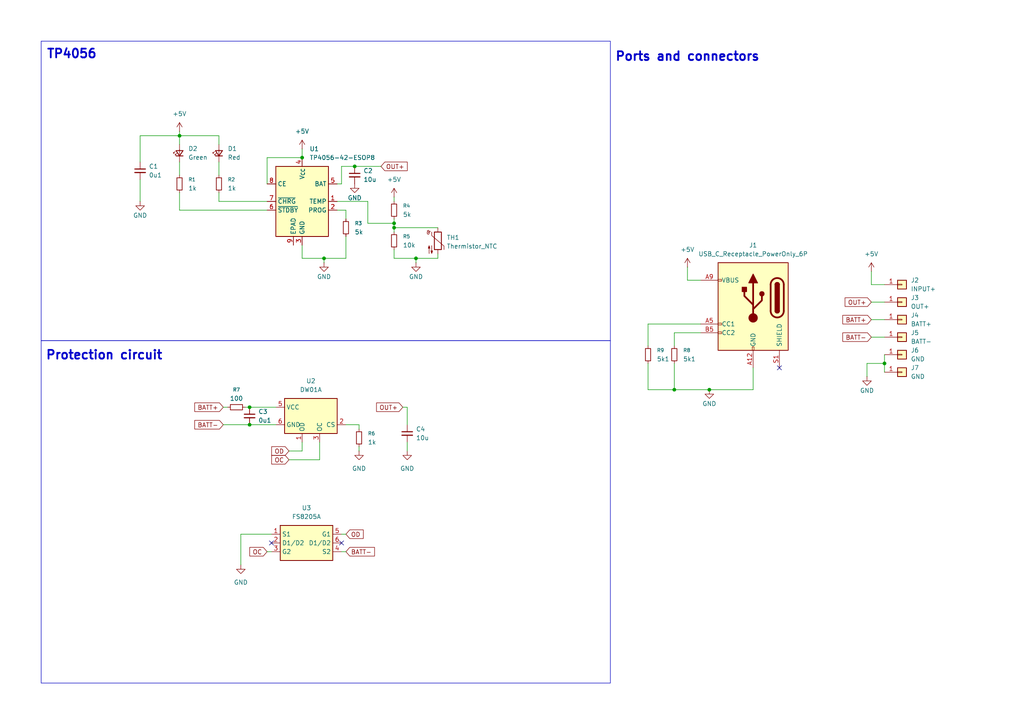
<source format=kicad_sch>
(kicad_sch
	(version 20250114)
	(generator "eeschema")
	(generator_version "9.0")
	(uuid "73c5bf32-df93-4b2c-a789-66e28f37a7a7")
	(paper "A4")
	(lib_symbols
		(symbol "Battery_Management:DW01A"
			(exclude_from_sim no)
			(in_bom yes)
			(on_board yes)
			(property "Reference" "U"
				(at -6.604 6.35 0)
				(effects
					(font
						(size 1.27 1.27)
					)
				)
			)
			(property "Value" "DW01A"
				(at 4.318 6.604 0)
				(effects
					(font
						(size 1.27 1.27)
					)
				)
			)
			(property "Footprint" "Package_TO_SOT_SMD:SOT-23-6"
				(at 0 0 0)
				(effects
					(font
						(size 1.27 1.27)
					)
					(hide yes)
				)
			)
			(property "Datasheet" "https://hmsemi.com/downfile/DW01A.PDF"
				(at 0 0 0)
				(effects
					(font
						(size 1.27 1.27)
					)
					(hide yes)
				)
			)
			(property "Description" "Overcharge, overcurrent and overdischarge protection IC for single cell lithium-ion/polymer battery"
				(at 0.254 1.524 0)
				(effects
					(font
						(size 1.27 1.27)
					)
					(hide yes)
				)
			)
			(property "ki_keywords" "battery protection li-ion lipo overcurrent overdischarge overcharge"
				(at 0 0 0)
				(effects
					(font
						(size 1.27 1.27)
					)
					(hide yes)
				)
			)
			(property "ki_fp_filters" "SOT?23*"
				(at 0 0 0)
				(effects
					(font
						(size 1.27 1.27)
					)
					(hide yes)
				)
			)
			(symbol "DW01A_0_1"
				(pin power_in line
					(at -10.16 2.54 0)
					(length 2.54)
					(name "VCC"
						(effects
							(font
								(size 1.27 1.27)
							)
						)
					)
					(number "5"
						(effects
							(font
								(size 1.27 1.27)
							)
						)
					)
				)
				(pin power_in line
					(at -10.16 -2.54 0)
					(length 2.54)
					(name "GND"
						(effects
							(font
								(size 1.27 1.27)
							)
						)
					)
					(number "6"
						(effects
							(font
								(size 1.27 1.27)
							)
						)
					)
				)
				(pin output line
					(at -2.54 -7.62 90)
					(length 2.54)
					(name "OD"
						(effects
							(font
								(size 1.27 1.27)
							)
						)
					)
					(number "1"
						(effects
							(font
								(size 1.27 1.27)
							)
						)
					)
				)
				(pin output line
					(at 2.54 -7.62 90)
					(length 2.54)
					(name "OC"
						(effects
							(font
								(size 1.27 1.27)
							)
						)
					)
					(number "3"
						(effects
							(font
								(size 1.27 1.27)
							)
						)
					)
				)
				(pin input line
					(at 10.16 -2.54 180)
					(length 2.54)
					(name "CS"
						(effects
							(font
								(size 1.27 1.27)
							)
						)
					)
					(number "2"
						(effects
							(font
								(size 1.27 1.27)
							)
						)
					)
				)
			)
			(symbol "DW01A_1_1"
				(rectangle
					(start -7.62 5.08)
					(end 7.62 -5.08)
					(stroke
						(width 0.254)
						(type default)
					)
					(fill
						(type background)
					)
				)
				(pin no_connect line
					(at 10.16 2.54 180)
					(length 2.54)
					(hide yes)
					(name "TD"
						(effects
							(font
								(size 1.27 1.27)
							)
						)
					)
					(number "4"
						(effects
							(font
								(size 1.27 1.27)
							)
						)
					)
				)
			)
			(embedded_fonts no)
		)
		(symbol "Battery_Management:TP4056-42-ESOP8"
			(exclude_from_sim no)
			(in_bom yes)
			(on_board yes)
			(property "Reference" "U"
				(at -6.604 11.684 0)
				(effects
					(font
						(size 1.27 1.27)
					)
				)
			)
			(property "Value" "TP4056-42-ESOP8"
				(at 10.16 11.684 0)
				(effects
					(font
						(size 1.27 1.27)
					)
				)
			)
			(property "Footprint" "Package_SO:SOIC-8-1EP_3.9x4.9mm_P1.27mm_EP2.41x3.3mm_ThermalVias"
				(at 0.508 -22.86 0)
				(effects
					(font
						(size 1.27 1.27)
					)
					(hide yes)
				)
			)
			(property "Datasheet" "https://www.lcsc.com/datasheet/lcsc_datasheet_2410121619_TOPPOWER-Nanjing-Extension-Microelectronics-TP4056-42-ESOP8_C16581.pdf"
				(at 0 -25.4 0)
				(effects
					(font
						(size 1.27 1.27)
					)
					(hide yes)
				)
			)
			(property "Description" "1A Standalone Linear Li-ion/LiPo single-cell battery charger, 4.2V ±1% charge voltage, VCC = 4.0..8.0V, SOIC-8 (SOP-8)"
				(at 0.508 -20.32 0)
				(effects
					(font
						(size 1.27 1.27)
					)
					(hide yes)
				)
			)
			(property "ki_keywords" "lithium-ion lithium-polymer Li-Poly"
				(at 0 0 0)
				(effects
					(font
						(size 1.27 1.27)
					)
					(hide yes)
				)
			)
			(property "ki_fp_filters" "*SO*3.9x4.*P1.27mm*EP2.4*x3.3*mm*"
				(at 0 0 0)
				(effects
					(font
						(size 1.27 1.27)
					)
					(hide yes)
				)
			)
			(symbol "TP4056-42-ESOP8_1_0"
				(pin input line
					(at -10.16 5.08 0)
					(length 2.54)
					(name "CE"
						(effects
							(font
								(size 1.27 1.27)
							)
						)
					)
					(number "8"
						(effects
							(font
								(size 1.27 1.27)
							)
						)
					)
				)
				(pin open_collector line
					(at -10.16 0 0)
					(length 2.54)
					(name "~{CHRG}"
						(effects
							(font
								(size 1.27 1.27)
							)
						)
					)
					(number "7"
						(effects
							(font
								(size 1.27 1.27)
							)
						)
					)
				)
				(pin open_collector line
					(at -10.16 -2.54 0)
					(length 2.54)
					(name "~{STDBY}"
						(effects
							(font
								(size 1.27 1.27)
							)
						)
					)
					(number "6"
						(effects
							(font
								(size 1.27 1.27)
							)
						)
					)
				)
				(pin passive line
					(at -2.54 -12.7 90)
					(length 2.54)
					(name "EPAD"
						(effects
							(font
								(size 1.27 1.27)
							)
						)
					)
					(number "9"
						(effects
							(font
								(size 1.27 1.27)
							)
						)
					)
				)
				(pin power_in line
					(at 0 12.7 270)
					(length 2.54)
					(name "V_{CC}"
						(effects
							(font
								(size 1.27 1.27)
							)
						)
					)
					(number "4"
						(effects
							(font
								(size 1.27 1.27)
							)
						)
					)
				)
				(pin power_in line
					(at 0 -12.7 90)
					(length 2.54)
					(name "GND"
						(effects
							(font
								(size 1.27 1.27)
							)
						)
					)
					(number "3"
						(effects
							(font
								(size 1.27 1.27)
							)
						)
					)
				)
				(pin power_out line
					(at 10.16 5.08 180)
					(length 2.54)
					(name "BAT"
						(effects
							(font
								(size 1.27 1.27)
							)
						)
					)
					(number "5"
						(effects
							(font
								(size 1.27 1.27)
							)
						)
					)
				)
				(pin input line
					(at 10.16 0 180)
					(length 2.54)
					(name "TEMP"
						(effects
							(font
								(size 1.27 1.27)
							)
						)
					)
					(number "1"
						(effects
							(font
								(size 1.27 1.27)
							)
						)
					)
				)
				(pin passive line
					(at 10.16 -2.54 180)
					(length 2.54)
					(name "PROG"
						(effects
							(font
								(size 1.27 1.27)
							)
						)
					)
					(number "2"
						(effects
							(font
								(size 1.27 1.27)
							)
						)
					)
				)
			)
			(symbol "TP4056-42-ESOP8_1_1"
				(rectangle
					(start -7.62 10.16)
					(end 7.62 -10.16)
					(stroke
						(width 0.254)
						(type default)
					)
					(fill
						(type background)
					)
				)
			)
			(embedded_fonts no)
		)
		(symbol "Connector:USB_C_Receptacle_PowerOnly_6P"
			(pin_names
				(offset 1.016)
			)
			(exclude_from_sim no)
			(in_bom yes)
			(on_board yes)
			(property "Reference" "J"
				(at 0 16.51 0)
				(effects
					(font
						(size 1.27 1.27)
					)
					(justify bottom)
				)
			)
			(property "Value" "USB_C_Receptacle_PowerOnly_6P"
				(at 0 13.97 0)
				(effects
					(font
						(size 1.27 1.27)
					)
					(justify bottom)
				)
			)
			(property "Footprint" ""
				(at 3.81 2.54 0)
				(effects
					(font
						(size 1.27 1.27)
					)
					(hide yes)
				)
			)
			(property "Datasheet" "https://www.usb.org/sites/default/files/documents/usb_type-c.zip"
				(at 0 0 0)
				(effects
					(font
						(size 1.27 1.27)
					)
					(hide yes)
				)
			)
			(property "Description" "USB Power-Only 6P Type-C Receptacle connector"
				(at 0 0 0)
				(effects
					(font
						(size 1.27 1.27)
					)
					(hide yes)
				)
			)
			(property "ki_keywords" "usb universal serial bus type-C power-only charging-only 6P 6C"
				(at 0 0 0)
				(effects
					(font
						(size 1.27 1.27)
					)
					(hide yes)
				)
			)
			(property "ki_fp_filters" "USB*C*Receptacle*"
				(at 0 0 0)
				(effects
					(font
						(size 1.27 1.27)
					)
					(hide yes)
				)
			)
			(symbol "USB_C_Receptacle_PowerOnly_6P_0_0"
				(rectangle
					(start -0.254 -12.7)
					(end 0.254 -11.684)
					(stroke
						(width 0)
						(type default)
					)
					(fill
						(type none)
					)
				)
				(rectangle
					(start 10.16 7.874)
					(end 9.144 7.366)
					(stroke
						(width 0)
						(type default)
					)
					(fill
						(type none)
					)
				)
				(rectangle
					(start 10.16 -4.826)
					(end 9.144 -5.334)
					(stroke
						(width 0)
						(type default)
					)
					(fill
						(type none)
					)
				)
				(rectangle
					(start 10.16 -7.366)
					(end 9.144 -7.874)
					(stroke
						(width 0)
						(type default)
					)
					(fill
						(type none)
					)
				)
			)
			(symbol "USB_C_Receptacle_PowerOnly_6P_0_1"
				(rectangle
					(start -10.16 12.7)
					(end 10.16 -12.7)
					(stroke
						(width 0.254)
						(type default)
					)
					(fill
						(type background)
					)
				)
				(polyline
					(pts
						(xy -8.89 -1.27) (xy -8.89 6.35)
					)
					(stroke
						(width 0.508)
						(type default)
					)
					(fill
						(type none)
					)
				)
				(rectangle
					(start -7.62 -1.27)
					(end -6.35 6.35)
					(stroke
						(width 0.254)
						(type default)
					)
					(fill
						(type outline)
					)
				)
				(arc
					(start -7.62 6.35)
					(mid -6.985 6.9823)
					(end -6.35 6.35)
					(stroke
						(width 0.254)
						(type default)
					)
					(fill
						(type none)
					)
				)
				(arc
					(start -7.62 6.35)
					(mid -6.985 6.9823)
					(end -6.35 6.35)
					(stroke
						(width 0.254)
						(type default)
					)
					(fill
						(type outline)
					)
				)
				(arc
					(start -8.89 6.35)
					(mid -6.985 8.2467)
					(end -5.08 6.35)
					(stroke
						(width 0.508)
						(type default)
					)
					(fill
						(type none)
					)
				)
				(arc
					(start -5.08 -1.27)
					(mid -6.985 -3.1667)
					(end -8.89 -1.27)
					(stroke
						(width 0.508)
						(type default)
					)
					(fill
						(type none)
					)
				)
				(arc
					(start -6.35 -1.27)
					(mid -6.985 -1.9023)
					(end -7.62 -1.27)
					(stroke
						(width 0.254)
						(type default)
					)
					(fill
						(type none)
					)
				)
				(arc
					(start -6.35 -1.27)
					(mid -6.985 -1.9023)
					(end -7.62 -1.27)
					(stroke
						(width 0.254)
						(type default)
					)
					(fill
						(type outline)
					)
				)
				(polyline
					(pts
						(xy -5.08 6.35) (xy -5.08 -1.27)
					)
					(stroke
						(width 0.508)
						(type default)
					)
					(fill
						(type none)
					)
				)
				(circle
					(center -2.54 3.683)
					(radius 0.635)
					(stroke
						(width 0.254)
						(type default)
					)
					(fill
						(type outline)
					)
				)
				(polyline
					(pts
						(xy -1.27 6.858) (xy 0 9.398) (xy 1.27 6.858) (xy -1.27 6.858)
					)
					(stroke
						(width 0.254)
						(type default)
					)
					(fill
						(type outline)
					)
				)
				(polyline
					(pts
						(xy 0 0.508) (xy 2.54 3.048) (xy 2.54 4.318)
					)
					(stroke
						(width 0.508)
						(type default)
					)
					(fill
						(type none)
					)
				)
				(polyline
					(pts
						(xy 0 -0.762) (xy -2.54 1.778) (xy -2.54 3.048)
					)
					(stroke
						(width 0.508)
						(type default)
					)
					(fill
						(type none)
					)
				)
				(polyline
					(pts
						(xy 0 -3.302) (xy 0 6.858)
					)
					(stroke
						(width 0.508)
						(type default)
					)
					(fill
						(type none)
					)
				)
				(circle
					(center 0 -3.302)
					(radius 1.27)
					(stroke
						(width 0)
						(type default)
					)
					(fill
						(type outline)
					)
				)
				(rectangle
					(start 1.905 4.318)
					(end 3.175 5.588)
					(stroke
						(width 0.254)
						(type default)
					)
					(fill
						(type outline)
					)
				)
			)
			(symbol "USB_C_Receptacle_PowerOnly_6P_1_1"
				(pin passive line
					(at -7.62 -17.78 90)
					(length 5.08)
					(name "SHIELD"
						(effects
							(font
								(size 1.27 1.27)
							)
						)
					)
					(number "S1"
						(effects
							(font
								(size 1.27 1.27)
							)
						)
					)
				)
				(pin passive line
					(at 0 -17.78 90)
					(length 5.08)
					(name "GND"
						(effects
							(font
								(size 1.27 1.27)
							)
						)
					)
					(number "A12"
						(effects
							(font
								(size 1.27 1.27)
							)
						)
					)
				)
				(pin passive line
					(at 0 -17.78 90)
					(length 5.08)
					(hide yes)
					(name "GND"
						(effects
							(font
								(size 1.27 1.27)
							)
						)
					)
					(number "B12"
						(effects
							(font
								(size 1.27 1.27)
							)
						)
					)
				)
				(pin passive line
					(at 15.24 7.62 180)
					(length 5.08)
					(name "VBUS"
						(effects
							(font
								(size 1.27 1.27)
							)
						)
					)
					(number "A9"
						(effects
							(font
								(size 1.27 1.27)
							)
						)
					)
				)
				(pin passive line
					(at 15.24 7.62 180)
					(length 5.08)
					(hide yes)
					(name "VBUS"
						(effects
							(font
								(size 1.27 1.27)
							)
						)
					)
					(number "B9"
						(effects
							(font
								(size 1.27 1.27)
							)
						)
					)
				)
				(pin bidirectional line
					(at 15.24 -5.08 180)
					(length 5.08)
					(name "CC1"
						(effects
							(font
								(size 1.27 1.27)
							)
						)
					)
					(number "A5"
						(effects
							(font
								(size 1.27 1.27)
							)
						)
					)
				)
				(pin bidirectional line
					(at 15.24 -7.62 180)
					(length 5.08)
					(name "CC2"
						(effects
							(font
								(size 1.27 1.27)
							)
						)
					)
					(number "B5"
						(effects
							(font
								(size 1.27 1.27)
							)
						)
					)
				)
			)
			(embedded_fonts no)
		)
		(symbol "Connector_Generic:Conn_01x01"
			(pin_names
				(offset 1.016)
				(hide yes)
			)
			(exclude_from_sim no)
			(in_bom yes)
			(on_board yes)
			(property "Reference" "J"
				(at 0 2.54 0)
				(effects
					(font
						(size 1.27 1.27)
					)
				)
			)
			(property "Value" "Conn_01x01"
				(at 0 -2.54 0)
				(effects
					(font
						(size 1.27 1.27)
					)
				)
			)
			(property "Footprint" ""
				(at 0 0 0)
				(effects
					(font
						(size 1.27 1.27)
					)
					(hide yes)
				)
			)
			(property "Datasheet" "~"
				(at 0 0 0)
				(effects
					(font
						(size 1.27 1.27)
					)
					(hide yes)
				)
			)
			(property "Description" "Generic connector, single row, 01x01, script generated (kicad-library-utils/schlib/autogen/connector/)"
				(at 0 0 0)
				(effects
					(font
						(size 1.27 1.27)
					)
					(hide yes)
				)
			)
			(property "ki_keywords" "connector"
				(at 0 0 0)
				(effects
					(font
						(size 1.27 1.27)
					)
					(hide yes)
				)
			)
			(property "ki_fp_filters" "Connector*:*_1x??_*"
				(at 0 0 0)
				(effects
					(font
						(size 1.27 1.27)
					)
					(hide yes)
				)
			)
			(symbol "Conn_01x01_1_1"
				(rectangle
					(start -1.27 1.27)
					(end 1.27 -1.27)
					(stroke
						(width 0.254)
						(type default)
					)
					(fill
						(type background)
					)
				)
				(rectangle
					(start -1.27 0.127)
					(end 0 -0.127)
					(stroke
						(width 0.1524)
						(type default)
					)
					(fill
						(type none)
					)
				)
				(pin passive line
					(at -5.08 0 0)
					(length 3.81)
					(name "Pin_1"
						(effects
							(font
								(size 1.27 1.27)
							)
						)
					)
					(number "1"
						(effects
							(font
								(size 1.27 1.27)
							)
						)
					)
				)
			)
			(embedded_fonts no)
		)
		(symbol "Device:C_Small"
			(pin_numbers
				(hide yes)
			)
			(pin_names
				(offset 0.254)
				(hide yes)
			)
			(exclude_from_sim no)
			(in_bom yes)
			(on_board yes)
			(property "Reference" "C"
				(at 0.254 1.778 0)
				(effects
					(font
						(size 1.27 1.27)
					)
					(justify left)
				)
			)
			(property "Value" "C_Small"
				(at 0.254 -2.032 0)
				(effects
					(font
						(size 1.27 1.27)
					)
					(justify left)
				)
			)
			(property "Footprint" ""
				(at 0 0 0)
				(effects
					(font
						(size 1.27 1.27)
					)
					(hide yes)
				)
			)
			(property "Datasheet" "~"
				(at 0 0 0)
				(effects
					(font
						(size 1.27 1.27)
					)
					(hide yes)
				)
			)
			(property "Description" "Unpolarized capacitor, small symbol"
				(at 0 0 0)
				(effects
					(font
						(size 1.27 1.27)
					)
					(hide yes)
				)
			)
			(property "ki_keywords" "capacitor cap"
				(at 0 0 0)
				(effects
					(font
						(size 1.27 1.27)
					)
					(hide yes)
				)
			)
			(property "ki_fp_filters" "C_*"
				(at 0 0 0)
				(effects
					(font
						(size 1.27 1.27)
					)
					(hide yes)
				)
			)
			(symbol "C_Small_0_1"
				(polyline
					(pts
						(xy -1.524 0.508) (xy 1.524 0.508)
					)
					(stroke
						(width 0.3048)
						(type default)
					)
					(fill
						(type none)
					)
				)
				(polyline
					(pts
						(xy -1.524 -0.508) (xy 1.524 -0.508)
					)
					(stroke
						(width 0.3302)
						(type default)
					)
					(fill
						(type none)
					)
				)
			)
			(symbol "C_Small_1_1"
				(pin passive line
					(at 0 2.54 270)
					(length 2.032)
					(name "~"
						(effects
							(font
								(size 1.27 1.27)
							)
						)
					)
					(number "1"
						(effects
							(font
								(size 1.27 1.27)
							)
						)
					)
				)
				(pin passive line
					(at 0 -2.54 90)
					(length 2.032)
					(name "~"
						(effects
							(font
								(size 1.27 1.27)
							)
						)
					)
					(number "2"
						(effects
							(font
								(size 1.27 1.27)
							)
						)
					)
				)
			)
			(embedded_fonts no)
		)
		(symbol "Device:LED_Small"
			(pin_numbers
				(hide yes)
			)
			(pin_names
				(offset 0.254)
				(hide yes)
			)
			(exclude_from_sim no)
			(in_bom yes)
			(on_board yes)
			(property "Reference" "D"
				(at -1.27 3.175 0)
				(effects
					(font
						(size 1.27 1.27)
					)
					(justify left)
				)
			)
			(property "Value" "LED_Small"
				(at -4.445 -2.54 0)
				(effects
					(font
						(size 1.27 1.27)
					)
					(justify left)
				)
			)
			(property "Footprint" ""
				(at 0 0 90)
				(effects
					(font
						(size 1.27 1.27)
					)
					(hide yes)
				)
			)
			(property "Datasheet" "~"
				(at 0 0 90)
				(effects
					(font
						(size 1.27 1.27)
					)
					(hide yes)
				)
			)
			(property "Description" "Light emitting diode, small symbol"
				(at 0 0 0)
				(effects
					(font
						(size 1.27 1.27)
					)
					(hide yes)
				)
			)
			(property "Sim.Pin" "1=K 2=A"
				(at 0 0 0)
				(effects
					(font
						(size 1.27 1.27)
					)
					(hide yes)
				)
			)
			(property "ki_keywords" "LED diode light-emitting-diode"
				(at 0 0 0)
				(effects
					(font
						(size 1.27 1.27)
					)
					(hide yes)
				)
			)
			(property "ki_fp_filters" "LED* LED_SMD:* LED_THT:*"
				(at 0 0 0)
				(effects
					(font
						(size 1.27 1.27)
					)
					(hide yes)
				)
			)
			(symbol "LED_Small_0_1"
				(polyline
					(pts
						(xy -0.762 -1.016) (xy -0.762 1.016)
					)
					(stroke
						(width 0.254)
						(type default)
					)
					(fill
						(type none)
					)
				)
				(polyline
					(pts
						(xy 0 0.762) (xy -0.508 1.27) (xy -0.254 1.27) (xy -0.508 1.27) (xy -0.508 1.016)
					)
					(stroke
						(width 0)
						(type default)
					)
					(fill
						(type none)
					)
				)
				(polyline
					(pts
						(xy 0.508 1.27) (xy 0 1.778) (xy 0.254 1.778) (xy 0 1.778) (xy 0 1.524)
					)
					(stroke
						(width 0)
						(type default)
					)
					(fill
						(type none)
					)
				)
				(polyline
					(pts
						(xy 0.762 -1.016) (xy -0.762 0) (xy 0.762 1.016) (xy 0.762 -1.016)
					)
					(stroke
						(width 0.254)
						(type default)
					)
					(fill
						(type none)
					)
				)
				(polyline
					(pts
						(xy 1.016 0) (xy -0.762 0)
					)
					(stroke
						(width 0)
						(type default)
					)
					(fill
						(type none)
					)
				)
			)
			(symbol "LED_Small_1_1"
				(pin passive line
					(at -2.54 0 0)
					(length 1.778)
					(name "K"
						(effects
							(font
								(size 1.27 1.27)
							)
						)
					)
					(number "1"
						(effects
							(font
								(size 1.27 1.27)
							)
						)
					)
				)
				(pin passive line
					(at 2.54 0 180)
					(length 1.778)
					(name "A"
						(effects
							(font
								(size 1.27 1.27)
							)
						)
					)
					(number "2"
						(effects
							(font
								(size 1.27 1.27)
							)
						)
					)
				)
			)
			(embedded_fonts no)
		)
		(symbol "Device:R_Small"
			(pin_numbers
				(hide yes)
			)
			(pin_names
				(offset 0.254)
				(hide yes)
			)
			(exclude_from_sim no)
			(in_bom yes)
			(on_board yes)
			(property "Reference" "R"
				(at 0 0 90)
				(effects
					(font
						(size 1.016 1.016)
					)
				)
			)
			(property "Value" "R_Small"
				(at 1.778 0 90)
				(effects
					(font
						(size 1.27 1.27)
					)
				)
			)
			(property "Footprint" ""
				(at 0 0 0)
				(effects
					(font
						(size 1.27 1.27)
					)
					(hide yes)
				)
			)
			(property "Datasheet" "~"
				(at 0 0 0)
				(effects
					(font
						(size 1.27 1.27)
					)
					(hide yes)
				)
			)
			(property "Description" "Resistor, small symbol"
				(at 0 0 0)
				(effects
					(font
						(size 1.27 1.27)
					)
					(hide yes)
				)
			)
			(property "ki_keywords" "R resistor"
				(at 0 0 0)
				(effects
					(font
						(size 1.27 1.27)
					)
					(hide yes)
				)
			)
			(property "ki_fp_filters" "R_*"
				(at 0 0 0)
				(effects
					(font
						(size 1.27 1.27)
					)
					(hide yes)
				)
			)
			(symbol "R_Small_0_1"
				(rectangle
					(start -0.762 1.778)
					(end 0.762 -1.778)
					(stroke
						(width 0.2032)
						(type default)
					)
					(fill
						(type none)
					)
				)
			)
			(symbol "R_Small_1_1"
				(pin passive line
					(at 0 2.54 270)
					(length 0.762)
					(name "~"
						(effects
							(font
								(size 1.27 1.27)
							)
						)
					)
					(number "1"
						(effects
							(font
								(size 1.27 1.27)
							)
						)
					)
				)
				(pin passive line
					(at 0 -2.54 90)
					(length 0.762)
					(name "~"
						(effects
							(font
								(size 1.27 1.27)
							)
						)
					)
					(number "2"
						(effects
							(font
								(size 1.27 1.27)
							)
						)
					)
				)
			)
			(embedded_fonts no)
		)
		(symbol "Device:Thermistor_NTC"
			(pin_numbers
				(hide yes)
			)
			(pin_names
				(offset 0)
			)
			(exclude_from_sim no)
			(in_bom yes)
			(on_board yes)
			(property "Reference" "TH"
				(at -4.445 0 90)
				(effects
					(font
						(size 1.27 1.27)
					)
				)
			)
			(property "Value" "Thermistor_NTC"
				(at 3.175 0 90)
				(effects
					(font
						(size 1.27 1.27)
					)
				)
			)
			(property "Footprint" ""
				(at 0 1.27 0)
				(effects
					(font
						(size 1.27 1.27)
					)
					(hide yes)
				)
			)
			(property "Datasheet" "~"
				(at 0 1.27 0)
				(effects
					(font
						(size 1.27 1.27)
					)
					(hide yes)
				)
			)
			(property "Description" "Temperature dependent resistor, negative temperature coefficient"
				(at 0 0 0)
				(effects
					(font
						(size 1.27 1.27)
					)
					(hide yes)
				)
			)
			(property "ki_keywords" "thermistor NTC resistor sensor RTD"
				(at 0 0 0)
				(effects
					(font
						(size 1.27 1.27)
					)
					(hide yes)
				)
			)
			(property "ki_fp_filters" "*NTC* *Thermistor* PIN?ARRAY* bornier* *Terminal?Block* R_*"
				(at 0 0 0)
				(effects
					(font
						(size 1.27 1.27)
					)
					(hide yes)
				)
			)
			(symbol "Thermistor_NTC_0_1"
				(arc
					(start -3.175 2.413)
					(mid -3.0506 2.3165)
					(end -3.048 2.159)
					(stroke
						(width 0)
						(type default)
					)
					(fill
						(type none)
					)
				)
				(arc
					(start -3.048 2.794)
					(mid -2.9736 2.9736)
					(end -2.794 3.048)
					(stroke
						(width 0)
						(type default)
					)
					(fill
						(type none)
					)
				)
				(arc
					(start -2.794 3.048)
					(mid -2.6144 2.9736)
					(end -2.54 2.794)
					(stroke
						(width 0)
						(type default)
					)
					(fill
						(type none)
					)
				)
				(arc
					(start -2.794 2.54)
					(mid -2.9736 2.6144)
					(end -3.048 2.794)
					(stroke
						(width 0)
						(type default)
					)
					(fill
						(type none)
					)
				)
				(arc
					(start -2.794 1.905)
					(mid -2.9736 1.9794)
					(end -3.048 2.159)
					(stroke
						(width 0)
						(type default)
					)
					(fill
						(type none)
					)
				)
				(arc
					(start -2.54 2.159)
					(mid -2.6144 1.9794)
					(end -2.794 1.905)
					(stroke
						(width 0)
						(type default)
					)
					(fill
						(type none)
					)
				)
				(arc
					(start -2.159 2.794)
					(mid -2.434 2.5608)
					(end -2.794 2.54)
					(stroke
						(width 0)
						(type default)
					)
					(fill
						(type none)
					)
				)
				(polyline
					(pts
						(xy -2.54 2.159) (xy -2.54 2.794)
					)
					(stroke
						(width 0)
						(type default)
					)
					(fill
						(type none)
					)
				)
				(polyline
					(pts
						(xy -2.54 -3.683) (xy -2.54 -1.397) (xy -2.794 -2.159) (xy -2.286 -2.159) (xy -2.54 -1.397) (xy -2.54 -1.651)
					)
					(stroke
						(width 0)
						(type default)
					)
					(fill
						(type outline)
					)
				)
				(polyline
					(pts
						(xy -1.778 2.54) (xy -1.778 1.524) (xy 1.778 -1.524) (xy 1.778 -2.54)
					)
					(stroke
						(width 0)
						(type default)
					)
					(fill
						(type none)
					)
				)
				(polyline
					(pts
						(xy -1.778 -1.397) (xy -1.778 -3.683) (xy -2.032 -2.921) (xy -1.524 -2.921) (xy -1.778 -3.683)
						(xy -1.778 -3.429)
					)
					(stroke
						(width 0)
						(type default)
					)
					(fill
						(type outline)
					)
				)
				(rectangle
					(start -1.016 2.54)
					(end 1.016 -2.54)
					(stroke
						(width 0.254)
						(type default)
					)
					(fill
						(type none)
					)
				)
			)
			(symbol "Thermistor_NTC_1_1"
				(pin passive line
					(at 0 3.81 270)
					(length 1.27)
					(name "~"
						(effects
							(font
								(size 1.27 1.27)
							)
						)
					)
					(number "1"
						(effects
							(font
								(size 1.27 1.27)
							)
						)
					)
				)
				(pin passive line
					(at 0 -3.81 90)
					(length 1.27)
					(name "~"
						(effects
							(font
								(size 1.27 1.27)
							)
						)
					)
					(number "2"
						(effects
							(font
								(size 1.27 1.27)
							)
						)
					)
				)
			)
			(embedded_fonts no)
		)
		(symbol "custom:FS8205A"
			(exclude_from_sim no)
			(in_bom yes)
			(on_board yes)
			(property "Reference" "U"
				(at 0 2.032 0)
				(effects
					(font
						(size 1.27 1.27)
					)
				)
			)
			(property "Value" "FS8205A"
				(at 0 0 0)
				(effects
					(font
						(size 1.27 1.27)
					)
				)
			)
			(property "Footprint" "Package_TO_SOT_SMD:SOT-23-6"
				(at 0 0 0)
				(effects
					(font
						(size 1.27 1.27)
					)
					(hide yes)
				)
			)
			(property "Datasheet" "https://datasheet.lcsc.com/lcsc/2010271837_FUXINSEMI-FS8205A_C908265.pdf"
				(at 0 0 0)
				(effects
					(font
						(size 1.27 1.27)
					)
					(hide yes)
				)
			)
			(property "Description" "N-channel enhancement mode MOSFET, Vds = 20V, Vgs = ±12V, Id =6A, Rds(on) max =25mΩ@4.5V/32mΩ@2.5V"
				(at 0 0 0)
				(effects
					(font
						(size 1.27 1.27)
					)
					(hide yes)
				)
			)
			(symbol "FS8205A_0_1"
				(rectangle
					(start -7.62 -2.54)
					(end 7.62 -12.7)
					(stroke
						(width 0.254)
						(type default)
					)
					(fill
						(type background)
					)
				)
			)
			(symbol "FS8205A_1_1"
				(pin power_in line
					(at -10.16 -5.08 0)
					(length 2.54)
					(name "S1"
						(effects
							(font
								(size 1.27 1.27)
							)
						)
					)
					(number "1"
						(effects
							(font
								(size 1.27 1.27)
							)
						)
					)
				)
				(pin power_in line
					(at -10.16 -7.62 0)
					(length 2.54)
					(name "D1/D2"
						(effects
							(font
								(size 1.27 1.27)
							)
						)
					)
					(number "2"
						(effects
							(font
								(size 1.27 1.27)
							)
						)
					)
				)
				(pin input line
					(at -10.16 -10.16 0)
					(length 2.54)
					(name "G2"
						(effects
							(font
								(size 1.27 1.27)
							)
						)
					)
					(number "3"
						(effects
							(font
								(size 1.27 1.27)
							)
						)
					)
				)
				(pin output line
					(at 10.16 -5.08 180)
					(length 2.54)
					(name "G1"
						(effects
							(font
								(size 1.27 1.27)
							)
						)
					)
					(number "5"
						(effects
							(font
								(size 1.27 1.27)
							)
						)
					)
				)
				(pin passive line
					(at 10.16 -7.62 180)
					(length 2.54)
					(name "D1/D2"
						(effects
							(font
								(size 1.27 1.27)
							)
						)
					)
					(number "6"
						(effects
							(font
								(size 1.27 1.27)
							)
						)
					)
				)
				(pin input line
					(at 10.16 -10.16 180)
					(length 2.54)
					(name "S2"
						(effects
							(font
								(size 1.27 1.27)
							)
						)
					)
					(number "4"
						(effects
							(font
								(size 1.27 1.27)
							)
						)
					)
				)
			)
			(embedded_fonts no)
		)
		(symbol "power:+5V"
			(power)
			(pin_numbers
				(hide yes)
			)
			(pin_names
				(offset 0)
				(hide yes)
			)
			(exclude_from_sim no)
			(in_bom yes)
			(on_board yes)
			(property "Reference" "#PWR"
				(at 0 -3.81 0)
				(effects
					(font
						(size 1.27 1.27)
					)
					(hide yes)
				)
			)
			(property "Value" "+5V"
				(at 0 3.556 0)
				(effects
					(font
						(size 1.27 1.27)
					)
				)
			)
			(property "Footprint" ""
				(at 0 0 0)
				(effects
					(font
						(size 1.27 1.27)
					)
					(hide yes)
				)
			)
			(property "Datasheet" ""
				(at 0 0 0)
				(effects
					(font
						(size 1.27 1.27)
					)
					(hide yes)
				)
			)
			(property "Description" "Power symbol creates a global label with name \"+5V\""
				(at 0 0 0)
				(effects
					(font
						(size 1.27 1.27)
					)
					(hide yes)
				)
			)
			(property "ki_keywords" "global power"
				(at 0 0 0)
				(effects
					(font
						(size 1.27 1.27)
					)
					(hide yes)
				)
			)
			(symbol "+5V_0_1"
				(polyline
					(pts
						(xy -0.762 1.27) (xy 0 2.54)
					)
					(stroke
						(width 0)
						(type default)
					)
					(fill
						(type none)
					)
				)
				(polyline
					(pts
						(xy 0 2.54) (xy 0.762 1.27)
					)
					(stroke
						(width 0)
						(type default)
					)
					(fill
						(type none)
					)
				)
				(polyline
					(pts
						(xy 0 0) (xy 0 2.54)
					)
					(stroke
						(width 0)
						(type default)
					)
					(fill
						(type none)
					)
				)
			)
			(symbol "+5V_1_1"
				(pin power_in line
					(at 0 0 90)
					(length 0)
					(name "~"
						(effects
							(font
								(size 1.27 1.27)
							)
						)
					)
					(number "1"
						(effects
							(font
								(size 1.27 1.27)
							)
						)
					)
				)
			)
			(embedded_fonts no)
		)
		(symbol "power:GND"
			(power)
			(pin_numbers
				(hide yes)
			)
			(pin_names
				(offset 0)
				(hide yes)
			)
			(exclude_from_sim no)
			(in_bom yes)
			(on_board yes)
			(property "Reference" "#PWR"
				(at 0 -6.35 0)
				(effects
					(font
						(size 1.27 1.27)
					)
					(hide yes)
				)
			)
			(property "Value" "GND"
				(at 0 -3.81 0)
				(effects
					(font
						(size 1.27 1.27)
					)
				)
			)
			(property "Footprint" ""
				(at 0 0 0)
				(effects
					(font
						(size 1.27 1.27)
					)
					(hide yes)
				)
			)
			(property "Datasheet" ""
				(at 0 0 0)
				(effects
					(font
						(size 1.27 1.27)
					)
					(hide yes)
				)
			)
			(property "Description" "Power symbol creates a global label with name \"GND\" , ground"
				(at 0 0 0)
				(effects
					(font
						(size 1.27 1.27)
					)
					(hide yes)
				)
			)
			(property "ki_keywords" "global power"
				(at 0 0 0)
				(effects
					(font
						(size 1.27 1.27)
					)
					(hide yes)
				)
			)
			(symbol "GND_0_1"
				(polyline
					(pts
						(xy 0 0) (xy 0 -1.27) (xy 1.27 -1.27) (xy 0 -2.54) (xy -1.27 -1.27) (xy 0 -1.27)
					)
					(stroke
						(width 0)
						(type default)
					)
					(fill
						(type none)
					)
				)
			)
			(symbol "GND_1_1"
				(pin power_in line
					(at 0 0 270)
					(length 0)
					(name "~"
						(effects
							(font
								(size 1.27 1.27)
							)
						)
					)
					(number "1"
						(effects
							(font
								(size 1.27 1.27)
							)
						)
					)
				)
			)
			(embedded_fonts no)
		)
	)
	(rectangle
		(start 11.938 98.806)
		(end 177.038 198.12)
		(stroke
			(width 0)
			(type default)
		)
		(fill
			(type none)
		)
		(uuid 2195ab1a-ba91-47b0-9d76-b48e3d9712c5)
	)
	(rectangle
		(start 11.938 11.938)
		(end 177.038 98.806)
		(stroke
			(width 0)
			(type default)
		)
		(fill
			(type none)
		)
		(uuid f86857ba-4adc-474c-b745-f05d74c15568)
	)
	(text "TP4056"
		(exclude_from_sim no)
		(at 20.828 15.748 0)
		(effects
			(font
				(size 2.54 2.54)
				(thickness 0.508)
				(bold yes)
			)
		)
		(uuid "5ec60d6a-686e-49b8-839c-b5716302fbd5")
	)
	(text "Protection circuit"
		(exclude_from_sim no)
		(at 30.226 103.124 0)
		(effects
			(font
				(size 2.54 2.54)
				(thickness 0.508)
				(bold yes)
			)
		)
		(uuid "8af34b8e-b08f-47c2-bbc8-6802d88e4e1b")
	)
	(text "Ports and connectors"
		(exclude_from_sim no)
		(at 199.39 16.51 0)
		(effects
			(font
				(size 2.54 2.54)
				(thickness 0.508)
				(bold yes)
			)
		)
		(uuid "b30bd0db-61ef-4359-bb7c-f66dddb2f246")
	)
	(junction
		(at 195.58 113.03)
		(diameter 0)
		(color 0 0 0 0)
		(uuid "2302324b-81e1-420d-b1b4-6946b153ad05")
	)
	(junction
		(at 87.63 45.72)
		(diameter 0)
		(color 0 0 0 0)
		(uuid "381c6822-5d1f-4224-8dbf-fbc38aafe2d0")
	)
	(junction
		(at 256.54 105.41)
		(diameter 0)
		(color 0 0 0 0)
		(uuid "5d45cb8d-9243-40e4-9f66-3a15238c9229")
	)
	(junction
		(at 93.98 74.93)
		(diameter 0)
		(color 0 0 0 0)
		(uuid "6be11a34-1e73-4bc5-868a-bd06dc8fff64")
	)
	(junction
		(at 72.39 123.19)
		(diameter 0)
		(color 0 0 0 0)
		(uuid "7811b39d-fcdd-4496-8f05-103e76fe5755")
	)
	(junction
		(at 52.07 39.37)
		(diameter 0)
		(color 0 0 0 0)
		(uuid "7a1eb93c-987d-4937-8474-77316513104e")
	)
	(junction
		(at 205.74 113.03)
		(diameter 0)
		(color 0 0 0 0)
		(uuid "8d300e1f-89c8-4cca-8426-50f9f0d6a2f8")
	)
	(junction
		(at 114.3 64.77)
		(diameter 0)
		(color 0 0 0 0)
		(uuid "a748f09d-646a-4752-984b-c846ae07a392")
	)
	(junction
		(at 102.87 48.26)
		(diameter 0)
		(color 0 0 0 0)
		(uuid "b49cd9bd-bbdf-4d68-bf3c-c5617923d0b3")
	)
	(junction
		(at 120.65 74.93)
		(diameter 0)
		(color 0 0 0 0)
		(uuid "d1d75371-33f9-49fa-a601-4ed57cdf513c")
	)
	(junction
		(at 114.3 66.04)
		(diameter 0)
		(color 0 0 0 0)
		(uuid "f0443ac8-73c0-4fff-96e1-12acda38c72a")
	)
	(junction
		(at 72.39 118.11)
		(diameter 0)
		(color 0 0 0 0)
		(uuid "ffe680c8-a093-458d-a134-d6af9b948b26")
	)
	(no_connect
		(at 226.06 106.68)
		(uuid "14d45a09-6a2e-42a8-bd57-d02a0e01789e")
	)
	(no_connect
		(at 78.74 157.48)
		(uuid "636f702d-fb69-4fb9-befd-6b45a19bf635")
	)
	(no_connect
		(at 99.06 157.48)
		(uuid "c1452ce7-07cd-4aaf-9715-c0ac5501d6be")
	)
	(wire
		(pts
			(xy 199.39 77.47) (xy 199.39 81.28)
		)
		(stroke
			(width 0)
			(type default)
		)
		(uuid "01d38f6c-a269-477a-97f4-e35a5d4f72d9")
	)
	(wire
		(pts
			(xy 195.58 113.03) (xy 205.74 113.03)
		)
		(stroke
			(width 0)
			(type default)
		)
		(uuid "0274aeb6-9eab-4d08-9f16-0babd08284d5")
	)
	(wire
		(pts
			(xy 72.39 118.11) (xy 80.01 118.11)
		)
		(stroke
			(width 0)
			(type default)
		)
		(uuid "038fc30a-c526-4266-a118-7d295ad661af")
	)
	(wire
		(pts
			(xy 97.79 58.42) (xy 106.68 58.42)
		)
		(stroke
			(width 0)
			(type default)
		)
		(uuid "06ca6f27-4feb-41ce-97e6-d0f035f2483a")
	)
	(wire
		(pts
			(xy 104.14 123.19) (xy 100.33 123.19)
		)
		(stroke
			(width 0)
			(type default)
		)
		(uuid "0a457578-a992-41de-8248-b424f192a08c")
	)
	(wire
		(pts
			(xy 187.96 113.03) (xy 195.58 113.03)
		)
		(stroke
			(width 0)
			(type default)
		)
		(uuid "0bddb86d-d104-44b5-8a4c-e6b81016f862")
	)
	(wire
		(pts
			(xy 102.87 48.26) (xy 110.49 48.26)
		)
		(stroke
			(width 0)
			(type default)
		)
		(uuid "0d448fd8-c05f-41d2-a668-1250ff7fba9d")
	)
	(wire
		(pts
			(xy 114.3 63.5) (xy 114.3 64.77)
		)
		(stroke
			(width 0)
			(type default)
		)
		(uuid "0daee417-6afb-4e20-9c91-0cabedad4304")
	)
	(wire
		(pts
			(xy 195.58 105.41) (xy 195.58 113.03)
		)
		(stroke
			(width 0)
			(type default)
		)
		(uuid "0fda9964-90ac-430a-a932-52997b87c67c")
	)
	(wire
		(pts
			(xy 52.07 39.37) (xy 52.07 41.91)
		)
		(stroke
			(width 0)
			(type default)
		)
		(uuid "11e3baa7-5dae-4af2-8889-d2a82929f2c6")
	)
	(wire
		(pts
			(xy 251.46 105.41) (xy 251.46 109.22)
		)
		(stroke
			(width 0)
			(type default)
		)
		(uuid "12388858-bf7c-4bf1-91c7-67369d30af87")
	)
	(wire
		(pts
			(xy 114.3 66.04) (xy 127 66.04)
		)
		(stroke
			(width 0)
			(type default)
		)
		(uuid "1463e0ce-af00-49db-a264-ad8bcdde089b")
	)
	(wire
		(pts
			(xy 203.2 96.52) (xy 195.58 96.52)
		)
		(stroke
			(width 0)
			(type default)
		)
		(uuid "192013d8-90c3-4ca0-8e3a-511f06fbc4d1")
	)
	(wire
		(pts
			(xy 120.65 76.2) (xy 120.65 74.93)
		)
		(stroke
			(width 0)
			(type default)
		)
		(uuid "21f5361d-f222-401b-b488-09fc6848d784")
	)
	(wire
		(pts
			(xy 52.07 39.37) (xy 63.5 39.37)
		)
		(stroke
			(width 0)
			(type default)
		)
		(uuid "2225e404-e691-4119-9221-9c90dbcd589f")
	)
	(wire
		(pts
			(xy 199.39 81.28) (xy 203.2 81.28)
		)
		(stroke
			(width 0)
			(type default)
		)
		(uuid "2443f6a0-897f-4585-9158-c95225b70aae")
	)
	(wire
		(pts
			(xy 118.11 118.11) (xy 116.84 118.11)
		)
		(stroke
			(width 0)
			(type default)
		)
		(uuid "25b175fd-aadf-4ac5-afef-d0bca77340e4")
	)
	(wire
		(pts
			(xy 127 73.66) (xy 127 74.93)
		)
		(stroke
			(width 0)
			(type default)
		)
		(uuid "27b0dec0-c36e-4523-b6a1-abc3a01e1f14")
	)
	(wire
		(pts
			(xy 40.64 39.37) (xy 40.64 46.99)
		)
		(stroke
			(width 0)
			(type default)
		)
		(uuid "2a87671d-f826-4de5-8302-1f24d469b4aa")
	)
	(wire
		(pts
			(xy 72.39 123.19) (xy 80.01 123.19)
		)
		(stroke
			(width 0)
			(type default)
		)
		(uuid "2bb84336-ff1e-4f80-96b8-7026ba771d33")
	)
	(wire
		(pts
			(xy 77.47 45.72) (xy 77.47 53.34)
		)
		(stroke
			(width 0)
			(type default)
		)
		(uuid "2cf09752-f4ae-41f9-8ef7-8275150285de")
	)
	(wire
		(pts
			(xy 78.74 154.94) (xy 69.85 154.94)
		)
		(stroke
			(width 0)
			(type default)
		)
		(uuid "30f13f3e-b3c3-4a06-a8a0-9b379efe8c96")
	)
	(wire
		(pts
			(xy 106.68 58.42) (xy 106.68 64.77)
		)
		(stroke
			(width 0)
			(type default)
		)
		(uuid "34c58cae-6a0f-41f2-a415-181313c11b7d")
	)
	(wire
		(pts
			(xy 87.63 43.18) (xy 87.63 45.72)
		)
		(stroke
			(width 0)
			(type default)
		)
		(uuid "3c9b7d22-5c0b-4ce7-87b3-080980c1a28e")
	)
	(wire
		(pts
			(xy 83.82 133.35) (xy 92.71 133.35)
		)
		(stroke
			(width 0)
			(type default)
		)
		(uuid "407d9dd3-2177-424b-9c2b-b37523f44e1c")
	)
	(wire
		(pts
			(xy 63.5 55.88) (xy 63.5 58.42)
		)
		(stroke
			(width 0)
			(type default)
		)
		(uuid "41981ba0-9c6a-47c3-8c1e-e7bb866e5d76")
	)
	(wire
		(pts
			(xy 252.73 97.79) (xy 256.54 97.79)
		)
		(stroke
			(width 0)
			(type default)
		)
		(uuid "4781b317-56f0-4301-ac0b-aa1e54b92f43")
	)
	(wire
		(pts
			(xy 187.96 105.41) (xy 187.96 113.03)
		)
		(stroke
			(width 0)
			(type default)
		)
		(uuid "4978e33c-c136-4805-b10c-09f5def60ca4")
	)
	(wire
		(pts
			(xy 187.96 93.98) (xy 187.96 100.33)
		)
		(stroke
			(width 0)
			(type default)
		)
		(uuid "510eb2c5-7386-4717-b2e0-0381201b2e2d")
	)
	(wire
		(pts
			(xy 252.73 92.71) (xy 256.54 92.71)
		)
		(stroke
			(width 0)
			(type default)
		)
		(uuid "51e6d70c-1b36-4450-b165-b13fb6dd5618")
	)
	(wire
		(pts
			(xy 52.07 46.99) (xy 52.07 50.8)
		)
		(stroke
			(width 0)
			(type default)
		)
		(uuid "547738ca-6813-484b-b263-3d77003ffa64")
	)
	(wire
		(pts
			(xy 77.47 45.72) (xy 87.63 45.72)
		)
		(stroke
			(width 0)
			(type default)
		)
		(uuid "54a5966d-9a8c-4e09-a132-3ce69e5628ad")
	)
	(wire
		(pts
			(xy 63.5 46.99) (xy 63.5 50.8)
		)
		(stroke
			(width 0)
			(type default)
		)
		(uuid "560a5a82-4ee6-4053-a0bc-7cab96e46e2c")
	)
	(wire
		(pts
			(xy 87.63 130.81) (xy 87.63 128.27)
		)
		(stroke
			(width 0)
			(type default)
		)
		(uuid "59c389a5-f0f1-49f6-a7bc-85169bb70276")
	)
	(wire
		(pts
			(xy 218.44 106.68) (xy 218.44 113.03)
		)
		(stroke
			(width 0)
			(type default)
		)
		(uuid "5e1ea680-511b-49fe-ad6f-bdcfd11a3be5")
	)
	(wire
		(pts
			(xy 114.3 64.77) (xy 114.3 66.04)
		)
		(stroke
			(width 0)
			(type default)
		)
		(uuid "648b647b-ca9b-4b7b-9fc3-d940a274702a")
	)
	(wire
		(pts
			(xy 87.63 74.93) (xy 93.98 74.93)
		)
		(stroke
			(width 0)
			(type default)
		)
		(uuid "6cdc2721-d7da-4a50-bd75-984c372aecf5")
	)
	(wire
		(pts
			(xy 127 74.93) (xy 120.65 74.93)
		)
		(stroke
			(width 0)
			(type default)
		)
		(uuid "6f0244c6-b0b6-4edb-b723-d7bac83a3e9c")
	)
	(wire
		(pts
			(xy 256.54 102.87) (xy 256.54 105.41)
		)
		(stroke
			(width 0)
			(type default)
		)
		(uuid "71c395f1-cf2a-48b8-abe2-375803ecce86")
	)
	(wire
		(pts
			(xy 93.98 74.93) (xy 93.98 76.2)
		)
		(stroke
			(width 0)
			(type default)
		)
		(uuid "73130224-b306-4778-80cf-f43fb39cd0db")
	)
	(wire
		(pts
			(xy 71.12 118.11) (xy 72.39 118.11)
		)
		(stroke
			(width 0)
			(type default)
		)
		(uuid "7dcc89e5-4cbd-4793-9bcd-608859684d66")
	)
	(wire
		(pts
			(xy 87.63 71.12) (xy 87.63 74.93)
		)
		(stroke
			(width 0)
			(type default)
		)
		(uuid "7e0ac5e8-33e1-40e4-9bbb-e2ed04e62a7f")
	)
	(wire
		(pts
			(xy 106.68 64.77) (xy 114.3 64.77)
		)
		(stroke
			(width 0)
			(type default)
		)
		(uuid "7f9a85bc-dfb6-473b-a134-85ff96d412f0")
	)
	(wire
		(pts
			(xy 114.3 67.31) (xy 114.3 66.04)
		)
		(stroke
			(width 0)
			(type default)
		)
		(uuid "80ae14e1-9b64-41ce-8183-9741aca91402")
	)
	(wire
		(pts
			(xy 92.71 133.35) (xy 92.71 128.27)
		)
		(stroke
			(width 0)
			(type default)
		)
		(uuid "821fa7fe-84bd-46a5-9848-055130dce5fd")
	)
	(wire
		(pts
			(xy 203.2 93.98) (xy 187.96 93.98)
		)
		(stroke
			(width 0)
			(type default)
		)
		(uuid "8558d299-5c30-4f60-9422-06927c80a5d5")
	)
	(wire
		(pts
			(xy 120.65 74.93) (xy 114.3 74.93)
		)
		(stroke
			(width 0)
			(type default)
		)
		(uuid "8758b587-52c9-44db-acaf-f4dd03386e66")
	)
	(wire
		(pts
			(xy 99.06 48.26) (xy 99.06 53.34)
		)
		(stroke
			(width 0)
			(type default)
		)
		(uuid "8b477042-a268-4db5-8c7c-93c3bba38d51")
	)
	(wire
		(pts
			(xy 104.14 129.54) (xy 104.14 130.81)
		)
		(stroke
			(width 0)
			(type default)
		)
		(uuid "8c0bc5c0-7205-44c3-9f61-6c39822ce2ac")
	)
	(wire
		(pts
			(xy 256.54 105.41) (xy 256.54 107.95)
		)
		(stroke
			(width 0)
			(type default)
		)
		(uuid "9018668d-80f2-4b57-86e2-70ab85e16176")
	)
	(wire
		(pts
			(xy 63.5 39.37) (xy 63.5 41.91)
		)
		(stroke
			(width 0)
			(type default)
		)
		(uuid "914c73c3-48a4-4293-a42a-5924e3f85b0f")
	)
	(wire
		(pts
			(xy 252.73 78.74) (xy 252.73 82.55)
		)
		(stroke
			(width 0)
			(type default)
		)
		(uuid "91636b22-da33-422b-8013-f7914978b584")
	)
	(wire
		(pts
			(xy 104.14 123.19) (xy 104.14 124.46)
		)
		(stroke
			(width 0)
			(type default)
		)
		(uuid "930e1471-841b-4e4e-9290-4ece0b0a1b76")
	)
	(wire
		(pts
			(xy 252.73 87.63) (xy 256.54 87.63)
		)
		(stroke
			(width 0)
			(type default)
		)
		(uuid "931c5240-12d2-4c30-99ff-f3545c0e155c")
	)
	(wire
		(pts
			(xy 118.11 128.27) (xy 118.11 130.81)
		)
		(stroke
			(width 0)
			(type default)
		)
		(uuid "9b89e5d5-bc23-4e8b-8f49-683e06853c6b")
	)
	(wire
		(pts
			(xy 52.07 39.37) (xy 40.64 39.37)
		)
		(stroke
			(width 0)
			(type default)
		)
		(uuid "a387230d-17ef-489d-80b7-2a35697eff08")
	)
	(wire
		(pts
			(xy 77.47 60.96) (xy 52.07 60.96)
		)
		(stroke
			(width 0)
			(type default)
		)
		(uuid "a69c7ec9-ad4e-4f84-9b78-f2b71cab33a7")
	)
	(wire
		(pts
			(xy 40.64 52.07) (xy 40.64 58.42)
		)
		(stroke
			(width 0)
			(type default)
		)
		(uuid "ace8a3c1-05aa-4630-a0d5-7cb566dd5270")
	)
	(wire
		(pts
			(xy 52.07 38.1) (xy 52.07 39.37)
		)
		(stroke
			(width 0)
			(type default)
		)
		(uuid "aea2aef2-82fa-494d-a465-8ed5a0d999c1")
	)
	(wire
		(pts
			(xy 118.11 123.19) (xy 118.11 118.11)
		)
		(stroke
			(width 0)
			(type default)
		)
		(uuid "b8997573-59d0-42d5-9114-e25b870710bf")
	)
	(wire
		(pts
			(xy 64.77 123.19) (xy 72.39 123.19)
		)
		(stroke
			(width 0)
			(type default)
		)
		(uuid "bcf082bf-fd54-472e-b255-73819be336c6")
	)
	(wire
		(pts
			(xy 99.06 48.26) (xy 102.87 48.26)
		)
		(stroke
			(width 0)
			(type default)
		)
		(uuid "bd9059cb-954b-43f7-9a7b-77f923277131")
	)
	(wire
		(pts
			(xy 99.06 154.94) (xy 100.33 154.94)
		)
		(stroke
			(width 0)
			(type default)
		)
		(uuid "bdb19d27-04ea-4151-8a5e-4df92d9967c4")
	)
	(wire
		(pts
			(xy 114.3 57.15) (xy 114.3 58.42)
		)
		(stroke
			(width 0)
			(type default)
		)
		(uuid "c02abee4-4829-4e6a-b1dd-33fee96b6b38")
	)
	(wire
		(pts
			(xy 195.58 96.52) (xy 195.58 100.33)
		)
		(stroke
			(width 0)
			(type default)
		)
		(uuid "c319253f-4a86-4b99-a490-1a4355277bf6")
	)
	(wire
		(pts
			(xy 252.73 82.55) (xy 256.54 82.55)
		)
		(stroke
			(width 0)
			(type default)
		)
		(uuid "c3e3c7b3-3b82-4a16-a6a7-aeb496adc7e9")
	)
	(wire
		(pts
			(xy 97.79 53.34) (xy 99.06 53.34)
		)
		(stroke
			(width 0)
			(type default)
		)
		(uuid "c5f4e250-4aa5-4518-9938-a90b91d4023e")
	)
	(wire
		(pts
			(xy 114.3 74.93) (xy 114.3 72.39)
		)
		(stroke
			(width 0)
			(type default)
		)
		(uuid "c913650d-19e8-4efd-9116-8fad0c7150b4")
	)
	(wire
		(pts
			(xy 256.54 105.41) (xy 251.46 105.41)
		)
		(stroke
			(width 0)
			(type default)
		)
		(uuid "d1484c03-1b06-4e33-a0f0-aff152843035")
	)
	(wire
		(pts
			(xy 93.98 74.93) (xy 100.33 74.93)
		)
		(stroke
			(width 0)
			(type default)
		)
		(uuid "d1bb46c4-2e9d-401c-bdd2-66487af36053")
	)
	(wire
		(pts
			(xy 63.5 58.42) (xy 77.47 58.42)
		)
		(stroke
			(width 0)
			(type default)
		)
		(uuid "e0aa9f2e-d64f-4b1a-a919-3462663c287f")
	)
	(wire
		(pts
			(xy 52.07 60.96) (xy 52.07 55.88)
		)
		(stroke
			(width 0)
			(type default)
		)
		(uuid "e155200c-86ed-4a6d-b466-78eb7341f18c")
	)
	(wire
		(pts
			(xy 77.47 160.02) (xy 78.74 160.02)
		)
		(stroke
			(width 0)
			(type default)
		)
		(uuid "e3ba8eda-2c93-4f37-b149-17980287b741")
	)
	(wire
		(pts
			(xy 97.79 60.96) (xy 100.33 60.96)
		)
		(stroke
			(width 0)
			(type default)
		)
		(uuid "e85a5ae7-0dc5-4163-8ef1-3782a6c33cf4")
	)
	(wire
		(pts
			(xy 100.33 74.93) (xy 100.33 68.58)
		)
		(stroke
			(width 0)
			(type default)
		)
		(uuid "e8cb5972-864e-4735-9877-db0f1eb2bcf9")
	)
	(wire
		(pts
			(xy 99.06 160.02) (xy 100.33 160.02)
		)
		(stroke
			(width 0)
			(type default)
		)
		(uuid "e8e1be94-f652-451e-82c2-a514e86524ce")
	)
	(wire
		(pts
			(xy 69.85 154.94) (xy 69.85 163.83)
		)
		(stroke
			(width 0)
			(type default)
		)
		(uuid "ef22e041-516b-4e74-86eb-5ff9afd8944c")
	)
	(wire
		(pts
			(xy 218.44 113.03) (xy 205.74 113.03)
		)
		(stroke
			(width 0)
			(type default)
		)
		(uuid "f11f24c7-1fe0-45cb-bc43-4d99ad1aca6f")
	)
	(wire
		(pts
			(xy 66.04 118.11) (xy 64.77 118.11)
		)
		(stroke
			(width 0)
			(type default)
		)
		(uuid "f167acf2-e013-4c6c-b063-ded282b722d1")
	)
	(wire
		(pts
			(xy 83.82 130.81) (xy 87.63 130.81)
		)
		(stroke
			(width 0)
			(type default)
		)
		(uuid "f3cf659f-063b-4526-ae8e-6839abdce82b")
	)
	(wire
		(pts
			(xy 100.33 60.96) (xy 100.33 63.5)
		)
		(stroke
			(width 0)
			(type default)
		)
		(uuid "fe9ac618-0baa-4917-8458-979637479694")
	)
	(global_label "BATT-"
		(shape input)
		(at 100.33 160.02 0)
		(fields_autoplaced yes)
		(effects
			(font
				(size 1.27 1.27)
			)
			(justify left)
		)
		(uuid "2d53eb96-6f84-4f78-b3b1-7631bfe439a8")
		(property "Intersheetrefs" "${INTERSHEET_REFS}"
			(at 109.1814 160.02 0)
			(effects
				(font
					(size 1.27 1.27)
				)
				(justify left)
				(hide yes)
			)
		)
	)
	(global_label "OD"
		(shape input)
		(at 100.33 154.94 0)
		(fields_autoplaced yes)
		(effects
			(font
				(size 1.27 1.27)
			)
			(justify left)
		)
		(uuid "3ff7e11e-c420-46c6-b386-3606eb0efba0")
		(property "Intersheetrefs" "${INTERSHEET_REFS}"
			(at 105.9157 154.94 0)
			(effects
				(font
					(size 1.27 1.27)
				)
				(justify left)
				(hide yes)
			)
		)
	)
	(global_label "BATT+"
		(shape input)
		(at 64.77 118.11 180)
		(fields_autoplaced yes)
		(effects
			(font
				(size 1.27 1.27)
			)
			(justify right)
		)
		(uuid "4109fa9b-2bfc-49a4-9e90-b553968089ec")
		(property "Intersheetrefs" "${INTERSHEET_REFS}"
			(at 55.9186 118.11 0)
			(effects
				(font
					(size 1.27 1.27)
				)
				(justify right)
				(hide yes)
			)
		)
	)
	(global_label "OD"
		(shape input)
		(at 83.82 130.81 180)
		(fields_autoplaced yes)
		(effects
			(font
				(size 1.27 1.27)
			)
			(justify right)
		)
		(uuid "634806a7-cef6-489a-8419-22d5dd9c32df")
		(property "Intersheetrefs" "${INTERSHEET_REFS}"
			(at 78.2343 130.81 0)
			(effects
				(font
					(size 1.27 1.27)
				)
				(justify right)
				(hide yes)
			)
		)
	)
	(global_label "OC"
		(shape input)
		(at 77.47 160.02 180)
		(fields_autoplaced yes)
		(effects
			(font
				(size 1.27 1.27)
			)
			(justify right)
		)
		(uuid "69a5dd37-1529-404f-8055-03d050528e9c")
		(property "Intersheetrefs" "${INTERSHEET_REFS}"
			(at 71.8843 160.02 0)
			(effects
				(font
					(size 1.27 1.27)
				)
				(justify right)
				(hide yes)
			)
		)
	)
	(global_label "OUT+"
		(shape input)
		(at 116.84 118.11 180)
		(fields_autoplaced yes)
		(effects
			(font
				(size 1.27 1.27)
			)
			(justify right)
		)
		(uuid "727cc2ac-4e77-4a70-b40c-d66df308c2d3")
		(property "Intersheetrefs" "${INTERSHEET_REFS}"
			(at 108.6538 118.11 0)
			(effects
				(font
					(size 1.27 1.27)
				)
				(justify right)
				(hide yes)
			)
		)
	)
	(global_label "BATT+"
		(shape input)
		(at 252.73 92.71 180)
		(fields_autoplaced yes)
		(effects
			(font
				(size 1.27 1.27)
			)
			(justify right)
		)
		(uuid "7fe285d9-39f8-4d1a-ad2e-e052b60e8777")
		(property "Intersheetrefs" "${INTERSHEET_REFS}"
			(at 243.8786 92.71 0)
			(effects
				(font
					(size 1.27 1.27)
				)
				(justify right)
				(hide yes)
			)
		)
	)
	(global_label "BATT-"
		(shape input)
		(at 252.73 97.79 180)
		(fields_autoplaced yes)
		(effects
			(font
				(size 1.27 1.27)
			)
			(justify right)
		)
		(uuid "92e69395-b930-4787-bb7e-783c57eb8816")
		(property "Intersheetrefs" "${INTERSHEET_REFS}"
			(at 243.8786 97.79 0)
			(effects
				(font
					(size 1.27 1.27)
				)
				(justify right)
				(hide yes)
			)
		)
	)
	(global_label "OUT+"
		(shape input)
		(at 110.49 48.26 0)
		(fields_autoplaced yes)
		(effects
			(font
				(size 1.27 1.27)
			)
			(justify left)
		)
		(uuid "94e69566-0417-43b6-8f11-694957d678ac")
		(property "Intersheetrefs" "${INTERSHEET_REFS}"
			(at 118.6762 48.26 0)
			(effects
				(font
					(size 1.27 1.27)
				)
				(justify left)
				(hide yes)
			)
		)
	)
	(global_label "OUT+"
		(shape input)
		(at 252.73 87.63 180)
		(fields_autoplaced yes)
		(effects
			(font
				(size 1.27 1.27)
			)
			(justify right)
		)
		(uuid "b280d6e0-5b15-45c8-a39c-24cb2386639b")
		(property "Intersheetrefs" "${INTERSHEET_REFS}"
			(at 244.5438 87.63 0)
			(effects
				(font
					(size 1.27 1.27)
				)
				(justify right)
				(hide yes)
			)
		)
	)
	(global_label "OC"
		(shape input)
		(at 83.82 133.35 180)
		(fields_autoplaced yes)
		(effects
			(font
				(size 1.27 1.27)
			)
			(justify right)
		)
		(uuid "d9d9cc48-d2cd-4fb7-a9fc-8452a0ee1820")
		(property "Intersheetrefs" "${INTERSHEET_REFS}"
			(at 78.2343 133.35 0)
			(effects
				(font
					(size 1.27 1.27)
				)
				(justify right)
				(hide yes)
			)
		)
	)
	(global_label "BATT-"
		(shape input)
		(at 64.77 123.19 180)
		(fields_autoplaced yes)
		(effects
			(font
				(size 1.27 1.27)
			)
			(justify right)
		)
		(uuid "fbd52522-8ab8-4533-af22-478826988a8c")
		(property "Intersheetrefs" "${INTERSHEET_REFS}"
			(at 55.9186 123.19 0)
			(effects
				(font
					(size 1.27 1.27)
				)
				(justify right)
				(hide yes)
			)
		)
	)
	(symbol
		(lib_id "Connector_Generic:Conn_01x01")
		(at 261.62 87.63 0)
		(unit 1)
		(exclude_from_sim no)
		(in_bom yes)
		(on_board yes)
		(dnp no)
		(fields_autoplaced yes)
		(uuid "0034ea9b-b10c-4c63-a9bc-7bd1072e5428")
		(property "Reference" "J3"
			(at 264.16 86.3599 0)
			(effects
				(font
					(size 1.27 1.27)
				)
				(justify left)
			)
		)
		(property "Value" "OUT+"
			(at 264.16 88.8999 0)
			(effects
				(font
					(size 1.27 1.27)
				)
				(justify left)
			)
		)
		(property "Footprint" "TestPoint:TestPoint_THTPad_3.0x3.0mm_Drill1.5mm"
			(at 261.62 87.63 0)
			(effects
				(font
					(size 1.27 1.27)
				)
				(hide yes)
			)
		)
		(property "Datasheet" "~"
			(at 261.62 87.63 0)
			(effects
				(font
					(size 1.27 1.27)
				)
				(hide yes)
			)
		)
		(property "Description" "Generic connector, single row, 01x01, script generated (kicad-library-utils/schlib/autogen/connector/)"
			(at 261.62 87.63 0)
			(effects
				(font
					(size 1.27 1.27)
				)
				(hide yes)
			)
		)
		(pin "1"
			(uuid "6844f773-c6dd-4089-b7b9-c7b2b5c4e736")
		)
		(instances
			(project "Tp4056 charger circuit"
				(path "/73c5bf32-df93-4b2c-a789-66e28f37a7a7"
					(reference "J3")
					(unit 1)
				)
			)
		)
	)
	(symbol
		(lib_id "Device:R_Small")
		(at 187.96 102.87 0)
		(unit 1)
		(exclude_from_sim no)
		(in_bom yes)
		(on_board yes)
		(dnp no)
		(fields_autoplaced yes)
		(uuid "03433feb-5a73-48b5-890e-3a83a0b76859")
		(property "Reference" "R9"
			(at 190.5 101.5999 0)
			(effects
				(font
					(size 1.016 1.016)
				)
				(justify left)
			)
		)
		(property "Value" "5k1"
			(at 190.5 104.1399 0)
			(effects
				(font
					(size 1.27 1.27)
				)
				(justify left)
			)
		)
		(property "Footprint" "Resistor_SMD:R_0603_1608Metric"
			(at 187.96 102.87 0)
			(effects
				(font
					(size 1.27 1.27)
				)
				(hide yes)
			)
		)
		(property "Datasheet" "~"
			(at 187.96 102.87 0)
			(effects
				(font
					(size 1.27 1.27)
				)
				(hide yes)
			)
		)
		(property "Description" "Resistor, small symbol"
			(at 187.96 102.87 0)
			(effects
				(font
					(size 1.27 1.27)
				)
				(hide yes)
			)
		)
		(pin "1"
			(uuid "9c8e7a1f-2690-42c6-ad8c-4e93939255b4")
		)
		(pin "2"
			(uuid "b3894800-5fc5-4fae-aaf3-75498ff6e7ff")
		)
		(instances
			(project "Tp4056 charger circuit"
				(path "/73c5bf32-df93-4b2c-a789-66e28f37a7a7"
					(reference "R9")
					(unit 1)
				)
			)
		)
	)
	(symbol
		(lib_id "Device:R_Small")
		(at 195.58 102.87 0)
		(unit 1)
		(exclude_from_sim no)
		(in_bom yes)
		(on_board yes)
		(dnp no)
		(fields_autoplaced yes)
		(uuid "04ad1479-cc9b-4d57-a93f-3434f0945d60")
		(property "Reference" "R8"
			(at 198.12 101.5999 0)
			(effects
				(font
					(size 1.016 1.016)
				)
				(justify left)
			)
		)
		(property "Value" "5k1"
			(at 198.12 104.1399 0)
			(effects
				(font
					(size 1.27 1.27)
				)
				(justify left)
			)
		)
		(property "Footprint" "Resistor_SMD:R_0603_1608Metric"
			(at 195.58 102.87 0)
			(effects
				(font
					(size 1.27 1.27)
				)
				(hide yes)
			)
		)
		(property "Datasheet" "~"
			(at 195.58 102.87 0)
			(effects
				(font
					(size 1.27 1.27)
				)
				(hide yes)
			)
		)
		(property "Description" "Resistor, small symbol"
			(at 195.58 102.87 0)
			(effects
				(font
					(size 1.27 1.27)
				)
				(hide yes)
			)
		)
		(pin "1"
			(uuid "2362e95e-2a9d-4d6a-81b7-bd3b3a5e9fa2")
		)
		(pin "2"
			(uuid "8a7a6a7b-8937-40e2-9f76-cd51fa0a0f0e")
		)
		(instances
			(project "Tp4056 charger circuit"
				(path "/73c5bf32-df93-4b2c-a789-66e28f37a7a7"
					(reference "R8")
					(unit 1)
				)
			)
		)
	)
	(symbol
		(lib_id "Device:C_Small")
		(at 118.11 125.73 0)
		(unit 1)
		(exclude_from_sim no)
		(in_bom yes)
		(on_board yes)
		(dnp no)
		(fields_autoplaced yes)
		(uuid "1f1db804-f865-4c09-add7-a7dfe5243c5b")
		(property "Reference" "C4"
			(at 120.65 124.4662 0)
			(effects
				(font
					(size 1.27 1.27)
				)
				(justify left)
			)
		)
		(property "Value" "10u"
			(at 120.65 127.0062 0)
			(effects
				(font
					(size 1.27 1.27)
				)
				(justify left)
			)
		)
		(property "Footprint" "Capacitor_SMD:C_0603_1608Metric"
			(at 118.11 125.73 0)
			(effects
				(font
					(size 1.27 1.27)
				)
				(hide yes)
			)
		)
		(property "Datasheet" "~"
			(at 118.11 125.73 0)
			(effects
				(font
					(size 1.27 1.27)
				)
				(hide yes)
			)
		)
		(property "Description" "Unpolarized capacitor, small symbol"
			(at 118.11 125.73 0)
			(effects
				(font
					(size 1.27 1.27)
				)
				(hide yes)
			)
		)
		(pin "1"
			(uuid "4150da3d-8537-43ea-97b6-33897053d4e2")
		)
		(pin "2"
			(uuid "89a8279b-1858-4ddb-8d26-35e0b593decf")
		)
		(instances
			(project "Tp4056 charger circuit"
				(path "/73c5bf32-df93-4b2c-a789-66e28f37a7a7"
					(reference "C4")
					(unit 1)
				)
			)
		)
	)
	(symbol
		(lib_id "Device:R_Small")
		(at 104.14 127 0)
		(unit 1)
		(exclude_from_sim no)
		(in_bom yes)
		(on_board yes)
		(dnp no)
		(fields_autoplaced yes)
		(uuid "220e42f8-229e-4d4b-8713-5ff0119b7b83")
		(property "Reference" "R6"
			(at 106.68 125.7299 0)
			(effects
				(font
					(size 1.016 1.016)
				)
				(justify left)
			)
		)
		(property "Value" "1k"
			(at 106.68 128.2699 0)
			(effects
				(font
					(size 1.27 1.27)
				)
				(justify left)
			)
		)
		(property "Footprint" "Resistor_SMD:R_0603_1608Metric"
			(at 104.14 127 0)
			(effects
				(font
					(size 1.27 1.27)
				)
				(hide yes)
			)
		)
		(property "Datasheet" "~"
			(at 104.14 127 0)
			(effects
				(font
					(size 1.27 1.27)
				)
				(hide yes)
			)
		)
		(property "Description" "Resistor, small symbol"
			(at 104.14 127 0)
			(effects
				(font
					(size 1.27 1.27)
				)
				(hide yes)
			)
		)
		(pin "1"
			(uuid "cfe19952-30de-4780-8b52-f1d2cb78cff6")
		)
		(pin "2"
			(uuid "aaba082d-2f2b-4691-9f1e-e542a8873ba5")
		)
		(instances
			(project "Tp4056 charger circuit"
				(path "/73c5bf32-df93-4b2c-a789-66e28f37a7a7"
					(reference "R6")
					(unit 1)
				)
			)
		)
	)
	(symbol
		(lib_id "power:GND")
		(at 102.87 53.34 0)
		(unit 1)
		(exclude_from_sim no)
		(in_bom yes)
		(on_board yes)
		(dnp no)
		(uuid "23351b7b-2d0b-49ae-b3db-fccb8c461174")
		(property "Reference" "#PWR01"
			(at 102.87 59.69 0)
			(effects
				(font
					(size 1.27 1.27)
				)
				(hide yes)
			)
		)
		(property "Value" "GND"
			(at 102.87 57.404 0)
			(effects
				(font
					(size 1.27 1.27)
				)
			)
		)
		(property "Footprint" ""
			(at 102.87 53.34 0)
			(effects
				(font
					(size 1.27 1.27)
				)
				(hide yes)
			)
		)
		(property "Datasheet" ""
			(at 102.87 53.34 0)
			(effects
				(font
					(size 1.27 1.27)
				)
				(hide yes)
			)
		)
		(property "Description" "Power symbol creates a global label with name \"GND\" , ground"
			(at 102.87 53.34 0)
			(effects
				(font
					(size 1.27 1.27)
				)
				(hide yes)
			)
		)
		(pin "1"
			(uuid "a464e2d8-4f9e-4f37-89d3-a45786bb1f23")
		)
		(instances
			(project ""
				(path "/73c5bf32-df93-4b2c-a789-66e28f37a7a7"
					(reference "#PWR01")
					(unit 1)
				)
			)
		)
	)
	(symbol
		(lib_id "Battery_Management:TP4056-42-ESOP8")
		(at 87.63 58.42 0)
		(unit 1)
		(exclude_from_sim no)
		(in_bom yes)
		(on_board yes)
		(dnp no)
		(fields_autoplaced yes)
		(uuid "24ec7658-24ed-4ca2-8efd-ca5bcff9f1a6")
		(property "Reference" "U1"
			(at 89.7733 43.18 0)
			(effects
				(font
					(size 1.27 1.27)
				)
				(justify left)
			)
		)
		(property "Value" "TP4056-42-ESOP8"
			(at 89.7733 45.72 0)
			(effects
				(font
					(size 1.27 1.27)
				)
				(justify left)
			)
		)
		(property "Footprint" "Package_SO:SOIC-8-1EP_3.9x4.9mm_P1.27mm_EP2.41x3.3mm_ThermalVias"
			(at 88.138 81.28 0)
			(effects
				(font
					(size 1.27 1.27)
				)
				(hide yes)
			)
		)
		(property "Datasheet" "https://www.lcsc.com/datasheet/lcsc_datasheet_2410121619_TOPPOWER-Nanjing-Extension-Microelectronics-TP4056-42-ESOP8_C16581.pdf"
			(at 87.63 83.82 0)
			(effects
				(font
					(size 1.27 1.27)
				)
				(hide yes)
			)
		)
		(property "Description" "1A Standalone Linear Li-ion/LiPo single-cell battery charger, 4.2V ±1% charge voltage, VCC = 4.0..8.0V, SOIC-8 (SOP-8)"
			(at 88.138 78.74 0)
			(effects
				(font
					(size 1.27 1.27)
				)
				(hide yes)
			)
		)
		(pin "1"
			(uuid "f4638fc2-b1af-4ac4-9e25-83feb6fc9e7f")
		)
		(pin "3"
			(uuid "7d338be9-1eed-4239-8d17-c8d5b0fa4d15")
		)
		(pin "8"
			(uuid "9eda67f2-bdcc-42f3-9bd5-5c7d2d326e01")
		)
		(pin "6"
			(uuid "acb05b7f-fb9a-426e-93e6-83e28a40394f")
		)
		(pin "7"
			(uuid "cfe3ab5a-dcf8-44ef-a029-b657c98182f2")
		)
		(pin "5"
			(uuid "f896c3aa-7855-4917-ae22-4ea2fce1838b")
		)
		(pin "9"
			(uuid "72b06bb0-a7c7-46e4-8341-3911d8f2304f")
		)
		(pin "4"
			(uuid "c16a497a-67b7-47c3-9cb6-a09ab7f7072b")
		)
		(pin "2"
			(uuid "8ed1f880-f008-44f2-9265-1980964cca9c")
		)
		(instances
			(project ""
				(path "/73c5bf32-df93-4b2c-a789-66e28f37a7a7"
					(reference "U1")
					(unit 1)
				)
			)
		)
	)
	(symbol
		(lib_id "power:GND")
		(at 93.98 76.2 0)
		(unit 1)
		(exclude_from_sim no)
		(in_bom yes)
		(on_board yes)
		(dnp no)
		(uuid "3b8c6040-cc26-4504-be99-225c020213b1")
		(property "Reference" "#PWR02"
			(at 93.98 82.55 0)
			(effects
				(font
					(size 1.27 1.27)
				)
				(hide yes)
			)
		)
		(property "Value" "GND"
			(at 93.98 80.264 0)
			(effects
				(font
					(size 1.27 1.27)
				)
			)
		)
		(property "Footprint" ""
			(at 93.98 76.2 0)
			(effects
				(font
					(size 1.27 1.27)
				)
				(hide yes)
			)
		)
		(property "Datasheet" ""
			(at 93.98 76.2 0)
			(effects
				(font
					(size 1.27 1.27)
				)
				(hide yes)
			)
		)
		(property "Description" "Power symbol creates a global label with name \"GND\" , ground"
			(at 93.98 76.2 0)
			(effects
				(font
					(size 1.27 1.27)
				)
				(hide yes)
			)
		)
		(pin "1"
			(uuid "ecd54cf5-5a96-4903-97fe-503b47cd5fe5")
		)
		(instances
			(project "Tp4056 charger circuit"
				(path "/73c5bf32-df93-4b2c-a789-66e28f37a7a7"
					(reference "#PWR02")
					(unit 1)
				)
			)
		)
	)
	(symbol
		(lib_id "power:GND")
		(at 69.85 163.83 0)
		(unit 1)
		(exclude_from_sim no)
		(in_bom yes)
		(on_board yes)
		(dnp no)
		(fields_autoplaced yes)
		(uuid "405ee4f9-c42a-426e-a770-9ff254e22135")
		(property "Reference" "#PWR09"
			(at 69.85 170.18 0)
			(effects
				(font
					(size 1.27 1.27)
				)
				(hide yes)
			)
		)
		(property "Value" "GND"
			(at 69.85 168.91 0)
			(effects
				(font
					(size 1.27 1.27)
				)
			)
		)
		(property "Footprint" ""
			(at 69.85 163.83 0)
			(effects
				(font
					(size 1.27 1.27)
				)
				(hide yes)
			)
		)
		(property "Datasheet" ""
			(at 69.85 163.83 0)
			(effects
				(font
					(size 1.27 1.27)
				)
				(hide yes)
			)
		)
		(property "Description" "Power symbol creates a global label with name \"GND\" , ground"
			(at 69.85 163.83 0)
			(effects
				(font
					(size 1.27 1.27)
				)
				(hide yes)
			)
		)
		(pin "1"
			(uuid "0cc901a2-4b90-4374-8b59-10917dca80a8")
		)
		(instances
			(project "Tp4056 charger circuit"
				(path "/73c5bf32-df93-4b2c-a789-66e28f37a7a7"
					(reference "#PWR09")
					(unit 1)
				)
			)
		)
	)
	(symbol
		(lib_id "Connector_Generic:Conn_01x01")
		(at 261.62 82.55 0)
		(unit 1)
		(exclude_from_sim no)
		(in_bom yes)
		(on_board yes)
		(dnp no)
		(fields_autoplaced yes)
		(uuid "4a036472-889e-4d59-8d69-331234edbd33")
		(property "Reference" "J2"
			(at 264.16 81.2799 0)
			(effects
				(font
					(size 1.27 1.27)
				)
				(justify left)
			)
		)
		(property "Value" "INPUT+"
			(at 264.16 83.8199 0)
			(effects
				(font
					(size 1.27 1.27)
				)
				(justify left)
			)
		)
		(property "Footprint" "TestPoint:TestPoint_THTPad_3.0x3.0mm_Drill1.5mm"
			(at 261.62 82.55 0)
			(effects
				(font
					(size 1.27 1.27)
				)
				(hide yes)
			)
		)
		(property "Datasheet" "~"
			(at 261.62 82.55 0)
			(effects
				(font
					(size 1.27 1.27)
				)
				(hide yes)
			)
		)
		(property "Description" "Generic connector, single row, 01x01, script generated (kicad-library-utils/schlib/autogen/connector/)"
			(at 261.62 82.55 0)
			(effects
				(font
					(size 1.27 1.27)
				)
				(hide yes)
			)
		)
		(pin "1"
			(uuid "065016dc-2818-429f-94af-8f8710993787")
		)
		(instances
			(project ""
				(path "/73c5bf32-df93-4b2c-a789-66e28f37a7a7"
					(reference "J2")
					(unit 1)
				)
			)
		)
	)
	(symbol
		(lib_id "Device:R_Small")
		(at 114.3 69.85 0)
		(unit 1)
		(exclude_from_sim no)
		(in_bom yes)
		(on_board yes)
		(dnp no)
		(fields_autoplaced yes)
		(uuid "4bd1a8aa-359c-4920-9ebc-506a11dc3a60")
		(property "Reference" "R5"
			(at 116.84 68.5799 0)
			(effects
				(font
					(size 1.016 1.016)
				)
				(justify left)
			)
		)
		(property "Value" "10k"
			(at 116.84 71.1199 0)
			(effects
				(font
					(size 1.27 1.27)
				)
				(justify left)
			)
		)
		(property "Footprint" "Resistor_SMD:R_0603_1608Metric"
			(at 114.3 69.85 0)
			(effects
				(font
					(size 1.27 1.27)
				)
				(hide yes)
			)
		)
		(property "Datasheet" "~"
			(at 114.3 69.85 0)
			(effects
				(font
					(size 1.27 1.27)
				)
				(hide yes)
			)
		)
		(property "Description" "Resistor, small symbol"
			(at 114.3 69.85 0)
			(effects
				(font
					(size 1.27 1.27)
				)
				(hide yes)
			)
		)
		(pin "1"
			(uuid "a3584284-2a2c-4fef-81b9-8ca48f526775")
		)
		(pin "2"
			(uuid "35a25505-21ca-4d62-b94d-24c3b4769522")
		)
		(instances
			(project "Tp4056 charger circuit"
				(path "/73c5bf32-df93-4b2c-a789-66e28f37a7a7"
					(reference "R5")
					(unit 1)
				)
			)
		)
	)
	(symbol
		(lib_id "Device:C_Small")
		(at 72.39 120.65 0)
		(unit 1)
		(exclude_from_sim no)
		(in_bom yes)
		(on_board yes)
		(dnp no)
		(fields_autoplaced yes)
		(uuid "515ff578-fda4-4222-adb0-3fb2d7367ff7")
		(property "Reference" "C3"
			(at 74.93 119.3862 0)
			(effects
				(font
					(size 1.27 1.27)
				)
				(justify left)
			)
		)
		(property "Value" "0u1"
			(at 74.93 121.9262 0)
			(effects
				(font
					(size 1.27 1.27)
				)
				(justify left)
			)
		)
		(property "Footprint" "Capacitor_SMD:C_0603_1608Metric"
			(at 72.39 120.65 0)
			(effects
				(font
					(size 1.27 1.27)
				)
				(hide yes)
			)
		)
		(property "Datasheet" "~"
			(at 72.39 120.65 0)
			(effects
				(font
					(size 1.27 1.27)
				)
				(hide yes)
			)
		)
		(property "Description" "Unpolarized capacitor, small symbol"
			(at 72.39 120.65 0)
			(effects
				(font
					(size 1.27 1.27)
				)
				(hide yes)
			)
		)
		(pin "1"
			(uuid "e9e77874-d1a1-4c31-9257-cc0cbf30c7f1")
		)
		(pin "2"
			(uuid "7dccdb7f-b5cb-4287-b3bb-a11eb3b30768")
		)
		(instances
			(project "Tp4056 charger circuit"
				(path "/73c5bf32-df93-4b2c-a789-66e28f37a7a7"
					(reference "C3")
					(unit 1)
				)
			)
		)
	)
	(symbol
		(lib_id "Device:R_Small")
		(at 63.5 53.34 0)
		(unit 1)
		(exclude_from_sim no)
		(in_bom yes)
		(on_board yes)
		(dnp no)
		(fields_autoplaced yes)
		(uuid "5f6f24aa-c26e-42fa-8db4-9f2d14c6604e")
		(property "Reference" "R2"
			(at 66.04 52.0699 0)
			(effects
				(font
					(size 1.016 1.016)
				)
				(justify left)
			)
		)
		(property "Value" "1k"
			(at 66.04 54.6099 0)
			(effects
				(font
					(size 1.27 1.27)
				)
				(justify left)
			)
		)
		(property "Footprint" "Resistor_SMD:R_0603_1608Metric"
			(at 63.5 53.34 0)
			(effects
				(font
					(size 1.27 1.27)
				)
				(hide yes)
			)
		)
		(property "Datasheet" "~"
			(at 63.5 53.34 0)
			(effects
				(font
					(size 1.27 1.27)
				)
				(hide yes)
			)
		)
		(property "Description" "Resistor, small symbol"
			(at 63.5 53.34 0)
			(effects
				(font
					(size 1.27 1.27)
				)
				(hide yes)
			)
		)
		(pin "1"
			(uuid "e50e4520-030a-400e-9031-cc4494c10c7d")
		)
		(pin "2"
			(uuid "1b001d97-388d-43e7-9afb-8a3123e9abe3")
		)
		(instances
			(project "Tp4056 charger circuit"
				(path "/73c5bf32-df93-4b2c-a789-66e28f37a7a7"
					(reference "R2")
					(unit 1)
				)
			)
		)
	)
	(symbol
		(lib_id "Device:C_Small")
		(at 40.64 49.53 0)
		(unit 1)
		(exclude_from_sim no)
		(in_bom yes)
		(on_board yes)
		(dnp no)
		(fields_autoplaced yes)
		(uuid "68ff7b92-6f48-4a92-a055-f5a5c86810de")
		(property "Reference" "C1"
			(at 43.18 48.2662 0)
			(effects
				(font
					(size 1.27 1.27)
				)
				(justify left)
			)
		)
		(property "Value" "0u1"
			(at 43.18 50.8062 0)
			(effects
				(font
					(size 1.27 1.27)
				)
				(justify left)
			)
		)
		(property "Footprint" "Capacitor_SMD:C_0603_1608Metric"
			(at 40.64 49.53 0)
			(effects
				(font
					(size 1.27 1.27)
				)
				(hide yes)
			)
		)
		(property "Datasheet" "~"
			(at 40.64 49.53 0)
			(effects
				(font
					(size 1.27 1.27)
				)
				(hide yes)
			)
		)
		(property "Description" "Unpolarized capacitor, small symbol"
			(at 40.64 49.53 0)
			(effects
				(font
					(size 1.27 1.27)
				)
				(hide yes)
			)
		)
		(pin "1"
			(uuid "6b837b73-a1d4-41d7-8b56-6c8eedf59447")
		)
		(pin "2"
			(uuid "feae5888-ac31-490d-b26b-dd1235cfdc13")
		)
		(instances
			(project ""
				(path "/73c5bf32-df93-4b2c-a789-66e28f37a7a7"
					(reference "C1")
					(unit 1)
				)
			)
		)
	)
	(symbol
		(lib_id "custom:FS8205A")
		(at 88.9 149.86 0)
		(unit 1)
		(exclude_from_sim no)
		(in_bom yes)
		(on_board yes)
		(dnp no)
		(fields_autoplaced yes)
		(uuid "6d05ac43-ba5c-448d-97e4-714fef779998")
		(property "Reference" "U3"
			(at 88.9 147.32 0)
			(effects
				(font
					(size 1.27 1.27)
				)
			)
		)
		(property "Value" "FS8205A"
			(at 88.9 149.86 0)
			(effects
				(font
					(size 1.27 1.27)
				)
			)
		)
		(property "Footprint" "Package_TO_SOT_SMD:SOT-23-6"
			(at 88.9 149.86 0)
			(effects
				(font
					(size 1.27 1.27)
				)
				(hide yes)
			)
		)
		(property "Datasheet" "https://datasheet.lcsc.com/lcsc/2010271837_FUXINSEMI-FS8205A_C908265.pdf"
			(at 88.9 149.86 0)
			(effects
				(font
					(size 1.27 1.27)
				)
				(hide yes)
			)
		)
		(property "Description" "N-channel enhancement mode MOSFET, Vds = 20V, Vgs = ±12V, Id =6A, Rds(on) max =25mΩ@4.5V/32mΩ@2.5V"
			(at 88.9 149.86 0)
			(effects
				(font
					(size 1.27 1.27)
				)
				(hide yes)
			)
		)
		(pin "4"
			(uuid "80c01cfe-4447-47ca-b3ca-655fb8c7ada2")
		)
		(pin "6"
			(uuid "416d7dd0-8dc6-4548-b845-8fcbbc122359")
		)
		(pin "1"
			(uuid "c8c2522b-c23f-4bf5-ad70-30690c6af40f")
		)
		(pin "5"
			(uuid "ce06b3cc-1a68-4f28-8d00-3d716ea8c6a3")
		)
		(pin "3"
			(uuid "5f714c74-8dbf-4811-9f38-e70a1748e13c")
		)
		(pin "2"
			(uuid "f9117340-18c4-4c3c-9b5d-dfa32ea9f73f")
		)
		(instances
			(project ""
				(path "/73c5bf32-df93-4b2c-a789-66e28f37a7a7"
					(reference "U3")
					(unit 1)
				)
			)
		)
	)
	(symbol
		(lib_id "power:+5V")
		(at 52.07 38.1 0)
		(unit 1)
		(exclude_from_sim no)
		(in_bom yes)
		(on_board yes)
		(dnp no)
		(fields_autoplaced yes)
		(uuid "6ec8abdf-5d11-430e-b33d-ef05fa6f3ba8")
		(property "Reference" "#PWR04"
			(at 52.07 41.91 0)
			(effects
				(font
					(size 1.27 1.27)
				)
				(hide yes)
			)
		)
		(property "Value" "+5V"
			(at 52.07 33.02 0)
			(effects
				(font
					(size 1.27 1.27)
				)
			)
		)
		(property "Footprint" ""
			(at 52.07 38.1 0)
			(effects
				(font
					(size 1.27 1.27)
				)
				(hide yes)
			)
		)
		(property "Datasheet" ""
			(at 52.07 38.1 0)
			(effects
				(font
					(size 1.27 1.27)
				)
				(hide yes)
			)
		)
		(property "Description" "Power symbol creates a global label with name \"+5V\""
			(at 52.07 38.1 0)
			(effects
				(font
					(size 1.27 1.27)
				)
				(hide yes)
			)
		)
		(pin "1"
			(uuid "2f052bd8-97b5-4da0-be32-6fc60c468e67")
		)
		(instances
			(project ""
				(path "/73c5bf32-df93-4b2c-a789-66e28f37a7a7"
					(reference "#PWR04")
					(unit 1)
				)
			)
		)
	)
	(symbol
		(lib_id "power:GND")
		(at 104.14 130.81 0)
		(unit 1)
		(exclude_from_sim no)
		(in_bom yes)
		(on_board yes)
		(dnp no)
		(fields_autoplaced yes)
		(uuid "82f4c52c-ac56-425d-9d84-1ccf22273b6c")
		(property "Reference" "#PWR08"
			(at 104.14 137.16 0)
			(effects
				(font
					(size 1.27 1.27)
				)
				(hide yes)
			)
		)
		(property "Value" "GND"
			(at 104.14 135.89 0)
			(effects
				(font
					(size 1.27 1.27)
				)
			)
		)
		(property "Footprint" ""
			(at 104.14 130.81 0)
			(effects
				(font
					(size 1.27 1.27)
				)
				(hide yes)
			)
		)
		(property "Datasheet" ""
			(at 104.14 130.81 0)
			(effects
				(font
					(size 1.27 1.27)
				)
				(hide yes)
			)
		)
		(property "Description" "Power symbol creates a global label with name \"GND\" , ground"
			(at 104.14 130.81 0)
			(effects
				(font
					(size 1.27 1.27)
				)
				(hide yes)
			)
		)
		(pin "1"
			(uuid "1219ffe7-ad84-47b9-a330-ea6c85203f60")
		)
		(instances
			(project ""
				(path "/73c5bf32-df93-4b2c-a789-66e28f37a7a7"
					(reference "#PWR08")
					(unit 1)
				)
			)
		)
	)
	(symbol
		(lib_id "Connector:USB_C_Receptacle_PowerOnly_6P")
		(at 218.44 88.9 0)
		(mirror y)
		(unit 1)
		(exclude_from_sim no)
		(in_bom yes)
		(on_board yes)
		(dnp no)
		(uuid "92fca0cc-04c8-495e-afc2-5433d62557ee")
		(property "Reference" "J1"
			(at 218.44 71.12 0)
			(effects
				(font
					(size 1.27 1.27)
				)
			)
		)
		(property "Value" "USB_C_Receptacle_PowerOnly_6P"
			(at 218.44 73.66 0)
			(effects
				(font
					(size 1.27 1.27)
				)
			)
		)
		(property "Footprint" "Connector_USB:USB_C_Receptacle_GCT_USB4125-xx-x_6P_TopMnt_Horizontal"
			(at 214.63 86.36 0)
			(effects
				(font
					(size 1.27 1.27)
				)
				(hide yes)
			)
		)
		(property "Datasheet" "https://www.usb.org/sites/default/files/documents/usb_type-c.zip"
			(at 218.44 88.9 0)
			(effects
				(font
					(size 1.27 1.27)
				)
				(hide yes)
			)
		)
		(property "Description" "USB Power-Only 6P Type-C Receptacle connector"
			(at 218.44 88.9 0)
			(effects
				(font
					(size 1.27 1.27)
				)
				(hide yes)
			)
		)
		(pin "B9"
			(uuid "2cc9eb65-d32f-40dc-bc8e-e403bbfd51d0")
		)
		(pin "A9"
			(uuid "e408129b-2767-4419-a679-9ecd282fff61")
		)
		(pin "A5"
			(uuid "9ab2e486-af76-48cf-9416-42135aa3e4da")
		)
		(pin "A12"
			(uuid "103e2f45-1ae8-45c0-a92e-217858917873")
		)
		(pin "B5"
			(uuid "6d0f8e36-74b6-4426-b1c0-03866a00713e")
		)
		(pin "B12"
			(uuid "07a3c0d0-d10e-4511-9325-4d8d31294f5d")
		)
		(pin "S1"
			(uuid "f6766b7a-ef90-4d51-8c10-1ebbc9ee3bc1")
		)
		(instances
			(project ""
				(path "/73c5bf32-df93-4b2c-a789-66e28f37a7a7"
					(reference "J1")
					(unit 1)
				)
			)
		)
	)
	(symbol
		(lib_id "power:GND")
		(at 205.74 113.03 0)
		(unit 1)
		(exclude_from_sim no)
		(in_bom yes)
		(on_board yes)
		(dnp no)
		(uuid "974bf4f8-5920-4dca-8e5b-b000abe4f91a")
		(property "Reference" "#PWR011"
			(at 205.74 119.38 0)
			(effects
				(font
					(size 1.27 1.27)
				)
				(hide yes)
			)
		)
		(property "Value" "GND"
			(at 205.74 117.094 0)
			(effects
				(font
					(size 1.27 1.27)
				)
			)
		)
		(property "Footprint" ""
			(at 205.74 113.03 0)
			(effects
				(font
					(size 1.27 1.27)
				)
				(hide yes)
			)
		)
		(property "Datasheet" ""
			(at 205.74 113.03 0)
			(effects
				(font
					(size 1.27 1.27)
				)
				(hide yes)
			)
		)
		(property "Description" "Power symbol creates a global label with name \"GND\" , ground"
			(at 205.74 113.03 0)
			(effects
				(font
					(size 1.27 1.27)
				)
				(hide yes)
			)
		)
		(pin "1"
			(uuid "97612123-5976-49b7-a55b-f6c747b5b4ed")
		)
		(instances
			(project "Tp4056 charger circuit"
				(path "/73c5bf32-df93-4b2c-a789-66e28f37a7a7"
					(reference "#PWR011")
					(unit 1)
				)
			)
		)
	)
	(symbol
		(lib_id "Device:LED_Small")
		(at 52.07 44.45 90)
		(unit 1)
		(exclude_from_sim no)
		(in_bom yes)
		(on_board yes)
		(dnp no)
		(fields_autoplaced yes)
		(uuid "97e3cc47-8415-41ac-976b-fc7798290018")
		(property "Reference" "D2"
			(at 54.61 43.1164 90)
			(effects
				(font
					(size 1.27 1.27)
				)
				(justify right)
			)
		)
		(property "Value" "Green"
			(at 54.61 45.6564 90)
			(effects
				(font
					(size 1.27 1.27)
				)
				(justify right)
			)
		)
		(property "Footprint" "LED_SMD:LED_0603_1608Metric"
			(at 52.07 44.45 90)
			(effects
				(font
					(size 1.27 1.27)
				)
				(hide yes)
			)
		)
		(property "Datasheet" "~"
			(at 52.07 44.45 90)
			(effects
				(font
					(size 1.27 1.27)
				)
				(hide yes)
			)
		)
		(property "Description" "Light emitting diode, small symbol"
			(at 52.07 44.45 0)
			(effects
				(font
					(size 1.27 1.27)
				)
				(hide yes)
			)
		)
		(property "Sim.Pin" "1=K 2=A"
			(at 52.07 44.45 0)
			(effects
				(font
					(size 1.27 1.27)
				)
				(hide yes)
			)
		)
		(pin "2"
			(uuid "544fb487-7fdb-41e6-ba58-7ddb0c411389")
		)
		(pin "1"
			(uuid "6fc2225a-fc6c-444c-819f-d024849819c0")
		)
		(instances
			(project "Tp4056 charger circuit"
				(path "/73c5bf32-df93-4b2c-a789-66e28f37a7a7"
					(reference "D2")
					(unit 1)
				)
			)
		)
	)
	(symbol
		(lib_id "Connector_Generic:Conn_01x01")
		(at 261.62 107.95 0)
		(unit 1)
		(exclude_from_sim no)
		(in_bom yes)
		(on_board yes)
		(dnp no)
		(fields_autoplaced yes)
		(uuid "9ab408e8-6201-41a6-8d6f-b276d5495690")
		(property "Reference" "J7"
			(at 264.16 106.6799 0)
			(effects
				(font
					(size 1.27 1.27)
				)
				(justify left)
			)
		)
		(property "Value" "GND"
			(at 264.16 109.2199 0)
			(effects
				(font
					(size 1.27 1.27)
				)
				(justify left)
			)
		)
		(property "Footprint" "TestPoint:TestPoint_THTPad_3.0x3.0mm_Drill1.5mm"
			(at 261.62 107.95 0)
			(effects
				(font
					(size 1.27 1.27)
				)
				(hide yes)
			)
		)
		(property "Datasheet" "~"
			(at 261.62 107.95 0)
			(effects
				(font
					(size 1.27 1.27)
				)
				(hide yes)
			)
		)
		(property "Description" "Generic connector, single row, 01x01, script generated (kicad-library-utils/schlib/autogen/connector/)"
			(at 261.62 107.95 0)
			(effects
				(font
					(size 1.27 1.27)
				)
				(hide yes)
			)
		)
		(pin "1"
			(uuid "12c5243f-7517-43c8-8a80-163912e8e92d")
		)
		(instances
			(project "Tp4056 charger circuit"
				(path "/73c5bf32-df93-4b2c-a789-66e28f37a7a7"
					(reference "J7")
					(unit 1)
				)
			)
		)
	)
	(symbol
		(lib_id "Device:R_Small")
		(at 114.3 60.96 0)
		(unit 1)
		(exclude_from_sim no)
		(in_bom yes)
		(on_board yes)
		(dnp no)
		(fields_autoplaced yes)
		(uuid "9fb01f62-55bd-445e-ae52-202f124ecf14")
		(property "Reference" "R4"
			(at 116.84 59.6899 0)
			(effects
				(font
					(size 1.016 1.016)
				)
				(justify left)
			)
		)
		(property "Value" "5k"
			(at 116.84 62.2299 0)
			(effects
				(font
					(size 1.27 1.27)
				)
				(justify left)
			)
		)
		(property "Footprint" "Resistor_SMD:R_0603_1608Metric"
			(at 114.3 60.96 0)
			(effects
				(font
					(size 1.27 1.27)
				)
				(hide yes)
			)
		)
		(property "Datasheet" "~"
			(at 114.3 60.96 0)
			(effects
				(font
					(size 1.27 1.27)
				)
				(hide yes)
			)
		)
		(property "Description" "Resistor, small symbol"
			(at 114.3 60.96 0)
			(effects
				(font
					(size 1.27 1.27)
				)
				(hide yes)
			)
		)
		(pin "1"
			(uuid "9dfd040b-2035-4a6b-8a6c-7543f744f930")
		)
		(pin "2"
			(uuid "9a442ee9-8098-4ef1-bf2f-a5b7512da4d8")
		)
		(instances
			(project "Tp4056 charger circuit"
				(path "/73c5bf32-df93-4b2c-a789-66e28f37a7a7"
					(reference "R4")
					(unit 1)
				)
			)
		)
	)
	(symbol
		(lib_id "Connector_Generic:Conn_01x01")
		(at 261.62 92.71 0)
		(unit 1)
		(exclude_from_sim no)
		(in_bom yes)
		(on_board yes)
		(dnp no)
		(fields_autoplaced yes)
		(uuid "a1072618-9115-4aa3-9fd3-3c68a0ddaafc")
		(property "Reference" "J4"
			(at 264.16 91.4399 0)
			(effects
				(font
					(size 1.27 1.27)
				)
				(justify left)
			)
		)
		(property "Value" "BATT+"
			(at 264.16 93.9799 0)
			(effects
				(font
					(size 1.27 1.27)
				)
				(justify left)
			)
		)
		(property "Footprint" "TestPoint:TestPoint_THTPad_3.0x3.0mm_Drill1.5mm"
			(at 261.62 92.71 0)
			(effects
				(font
					(size 1.27 1.27)
				)
				(hide yes)
			)
		)
		(property "Datasheet" "~"
			(at 261.62 92.71 0)
			(effects
				(font
					(size 1.27 1.27)
				)
				(hide yes)
			)
		)
		(property "Description" "Generic connector, single row, 01x01, script generated (kicad-library-utils/schlib/autogen/connector/)"
			(at 261.62 92.71 0)
			(effects
				(font
					(size 1.27 1.27)
				)
				(hide yes)
			)
		)
		(pin "1"
			(uuid "1bda781f-3e4d-4b4c-bb22-cb037849acdb")
		)
		(instances
			(project "Tp4056 charger circuit"
				(path "/73c5bf32-df93-4b2c-a789-66e28f37a7a7"
					(reference "J4")
					(unit 1)
				)
			)
		)
	)
	(symbol
		(lib_id "power:+5V")
		(at 252.73 78.74 0)
		(unit 1)
		(exclude_from_sim no)
		(in_bom yes)
		(on_board yes)
		(dnp no)
		(fields_autoplaced yes)
		(uuid "a3570de3-a5b5-49d2-9445-c9e81c9cc6ec")
		(property "Reference" "#PWR013"
			(at 252.73 82.55 0)
			(effects
				(font
					(size 1.27 1.27)
				)
				(hide yes)
			)
		)
		(property "Value" "+5V"
			(at 252.73 73.66 0)
			(effects
				(font
					(size 1.27 1.27)
				)
			)
		)
		(property "Footprint" ""
			(at 252.73 78.74 0)
			(effects
				(font
					(size 1.27 1.27)
				)
				(hide yes)
			)
		)
		(property "Datasheet" ""
			(at 252.73 78.74 0)
			(effects
				(font
					(size 1.27 1.27)
				)
				(hide yes)
			)
		)
		(property "Description" "Power symbol creates a global label with name \"+5V\""
			(at 252.73 78.74 0)
			(effects
				(font
					(size 1.27 1.27)
				)
				(hide yes)
			)
		)
		(pin "1"
			(uuid "4760aeee-16e1-4428-b93a-5ff709adea30")
		)
		(instances
			(project "Tp4056 charger circuit"
				(path "/73c5bf32-df93-4b2c-a789-66e28f37a7a7"
					(reference "#PWR013")
					(unit 1)
				)
			)
		)
	)
	(symbol
		(lib_id "Device:C_Small")
		(at 102.87 50.8 0)
		(unit 1)
		(exclude_from_sim no)
		(in_bom yes)
		(on_board yes)
		(dnp no)
		(fields_autoplaced yes)
		(uuid "acb50907-34aa-4a67-9c9c-e0a6c449663e")
		(property "Reference" "C2"
			(at 105.41 49.5362 0)
			(effects
				(font
					(size 1.27 1.27)
				)
				(justify left)
			)
		)
		(property "Value" "10u"
			(at 105.41 52.0762 0)
			(effects
				(font
					(size 1.27 1.27)
				)
				(justify left)
			)
		)
		(property "Footprint" "Capacitor_SMD:C_0603_1608Metric"
			(at 102.87 50.8 0)
			(effects
				(font
					(size 1.27 1.27)
				)
				(hide yes)
			)
		)
		(property "Datasheet" "~"
			(at 102.87 50.8 0)
			(effects
				(font
					(size 1.27 1.27)
				)
				(hide yes)
			)
		)
		(property "Description" "Unpolarized capacitor, small symbol"
			(at 102.87 50.8 0)
			(effects
				(font
					(size 1.27 1.27)
				)
				(hide yes)
			)
		)
		(pin "1"
			(uuid "f6bbb117-7e53-4cc3-8295-c0a1e96ec9b4")
		)
		(pin "2"
			(uuid "b1893156-8920-498c-a8b0-31d21e417d98")
		)
		(instances
			(project "Tp4056 charger circuit"
				(path "/73c5bf32-df93-4b2c-a789-66e28f37a7a7"
					(reference "C2")
					(unit 1)
				)
			)
		)
	)
	(symbol
		(lib_id "Device:Thermistor_NTC")
		(at 127 69.85 0)
		(unit 1)
		(exclude_from_sim no)
		(in_bom yes)
		(on_board yes)
		(dnp no)
		(fields_autoplaced yes)
		(uuid "b2c66a48-c68e-448f-acb8-87a95b0cbd16")
		(property "Reference" "TH1"
			(at 129.54 68.8974 0)
			(effects
				(font
					(size 1.27 1.27)
				)
				(justify left)
			)
		)
		(property "Value" "Thermistor_NTC"
			(at 129.54 71.4374 0)
			(effects
				(font
					(size 1.27 1.27)
				)
				(justify left)
			)
		)
		(property "Footprint" "TestPoint:TestPoint_2Pads_Pitch2.54mm_Drill0.8mm"
			(at 127 68.58 0)
			(effects
				(font
					(size 1.27 1.27)
				)
				(hide yes)
			)
		)
		(property "Datasheet" "~"
			(at 127 68.58 0)
			(effects
				(font
					(size 1.27 1.27)
				)
				(hide yes)
			)
		)
		(property "Description" "Temperature dependent resistor, negative temperature coefficient"
			(at 127 69.85 0)
			(effects
				(font
					(size 1.27 1.27)
				)
				(hide yes)
			)
		)
		(pin "2"
			(uuid "865f1200-4d99-46b7-a8bd-1cda8bf959e7")
		)
		(pin "1"
			(uuid "467e0757-8bba-4345-83e4-0a59c2080099")
		)
		(instances
			(project ""
				(path "/73c5bf32-df93-4b2c-a789-66e28f37a7a7"
					(reference "TH1")
					(unit 1)
				)
			)
		)
	)
	(symbol
		(lib_id "power:+5V")
		(at 114.3 57.15 0)
		(unit 1)
		(exclude_from_sim no)
		(in_bom yes)
		(on_board yes)
		(dnp no)
		(fields_autoplaced yes)
		(uuid "bb606b16-507f-45aa-9497-ab0a3b75b1f8")
		(property "Reference" "#PWR06"
			(at 114.3 60.96 0)
			(effects
				(font
					(size 1.27 1.27)
				)
				(hide yes)
			)
		)
		(property "Value" "+5V"
			(at 114.3 52.07 0)
			(effects
				(font
					(size 1.27 1.27)
				)
			)
		)
		(property "Footprint" ""
			(at 114.3 57.15 0)
			(effects
				(font
					(size 1.27 1.27)
				)
				(hide yes)
			)
		)
		(property "Datasheet" ""
			(at 114.3 57.15 0)
			(effects
				(font
					(size 1.27 1.27)
				)
				(hide yes)
			)
		)
		(property "Description" "Power symbol creates a global label with name \"+5V\""
			(at 114.3 57.15 0)
			(effects
				(font
					(size 1.27 1.27)
				)
				(hide yes)
			)
		)
		(pin "1"
			(uuid "0a4d7642-f8f6-4864-b5cb-08d5963f16c9")
		)
		(instances
			(project "Tp4056 charger circuit"
				(path "/73c5bf32-df93-4b2c-a789-66e28f37a7a7"
					(reference "#PWR06")
					(unit 1)
				)
			)
		)
	)
	(symbol
		(lib_id "power:GND")
		(at 120.65 76.2 0)
		(unit 1)
		(exclude_from_sim no)
		(in_bom yes)
		(on_board yes)
		(dnp no)
		(uuid "c2e87287-d5d3-4119-ba79-27f891972504")
		(property "Reference" "#PWR03"
			(at 120.65 82.55 0)
			(effects
				(font
					(size 1.27 1.27)
				)
				(hide yes)
			)
		)
		(property "Value" "GND"
			(at 120.65 80.264 0)
			(effects
				(font
					(size 1.27 1.27)
				)
			)
		)
		(property "Footprint" ""
			(at 120.65 76.2 0)
			(effects
				(font
					(size 1.27 1.27)
				)
				(hide yes)
			)
		)
		(property "Datasheet" ""
			(at 120.65 76.2 0)
			(effects
				(font
					(size 1.27 1.27)
				)
				(hide yes)
			)
		)
		(property "Description" "Power symbol creates a global label with name \"GND\" , ground"
			(at 120.65 76.2 0)
			(effects
				(font
					(size 1.27 1.27)
				)
				(hide yes)
			)
		)
		(pin "1"
			(uuid "9d6bcfc0-b27f-49a1-93e8-a0db5474d0d0")
		)
		(instances
			(project "Tp4056 charger circuit"
				(path "/73c5bf32-df93-4b2c-a789-66e28f37a7a7"
					(reference "#PWR03")
					(unit 1)
				)
			)
		)
	)
	(symbol
		(lib_id "Device:R_Small")
		(at 52.07 53.34 0)
		(unit 1)
		(exclude_from_sim no)
		(in_bom yes)
		(on_board yes)
		(dnp no)
		(fields_autoplaced yes)
		(uuid "c66250a4-8c31-4bd5-9443-6b518ea1f686")
		(property "Reference" "R1"
			(at 54.61 52.0699 0)
			(effects
				(font
					(size 1.016 1.016)
				)
				(justify left)
			)
		)
		(property "Value" "1k"
			(at 54.61 54.6099 0)
			(effects
				(font
					(size 1.27 1.27)
				)
				(justify left)
			)
		)
		(property "Footprint" "Resistor_SMD:R_0603_1608Metric"
			(at 52.07 53.34 0)
			(effects
				(font
					(size 1.27 1.27)
				)
				(hide yes)
			)
		)
		(property "Datasheet" "~"
			(at 52.07 53.34 0)
			(effects
				(font
					(size 1.27 1.27)
				)
				(hide yes)
			)
		)
		(property "Description" "Resistor, small symbol"
			(at 52.07 53.34 0)
			(effects
				(font
					(size 1.27 1.27)
				)
				(hide yes)
			)
		)
		(pin "1"
			(uuid "ede01016-c50b-4b0e-a00f-a00eb70e084c")
		)
		(pin "2"
			(uuid "79fd22df-5d5e-4bd3-8c51-eb72c98d98e1")
		)
		(instances
			(project ""
				(path "/73c5bf32-df93-4b2c-a789-66e28f37a7a7"
					(reference "R1")
					(unit 1)
				)
			)
		)
	)
	(symbol
		(lib_id "power:GND")
		(at 118.11 130.81 0)
		(unit 1)
		(exclude_from_sim no)
		(in_bom yes)
		(on_board yes)
		(dnp no)
		(fields_autoplaced yes)
		(uuid "ca513438-35fa-4129-be5f-da41cf5bdd4f")
		(property "Reference" "#PWR010"
			(at 118.11 137.16 0)
			(effects
				(font
					(size 1.27 1.27)
				)
				(hide yes)
			)
		)
		(property "Value" "GND"
			(at 118.11 135.89 0)
			(effects
				(font
					(size 1.27 1.27)
				)
			)
		)
		(property "Footprint" ""
			(at 118.11 130.81 0)
			(effects
				(font
					(size 1.27 1.27)
				)
				(hide yes)
			)
		)
		(property "Datasheet" ""
			(at 118.11 130.81 0)
			(effects
				(font
					(size 1.27 1.27)
				)
				(hide yes)
			)
		)
		(property "Description" "Power symbol creates a global label with name \"GND\" , ground"
			(at 118.11 130.81 0)
			(effects
				(font
					(size 1.27 1.27)
				)
				(hide yes)
			)
		)
		(pin "1"
			(uuid "11a3124f-88da-4311-b9f4-f1632ee3425b")
		)
		(instances
			(project "Tp4056 charger circuit"
				(path "/73c5bf32-df93-4b2c-a789-66e28f37a7a7"
					(reference "#PWR010")
					(unit 1)
				)
			)
		)
	)
	(symbol
		(lib_id "Device:R_Small")
		(at 100.33 66.04 0)
		(unit 1)
		(exclude_from_sim no)
		(in_bom yes)
		(on_board yes)
		(dnp no)
		(fields_autoplaced yes)
		(uuid "cfc0a42a-5902-4257-8c08-ae7b0a654754")
		(property "Reference" "R3"
			(at 102.87 64.7699 0)
			(effects
				(font
					(size 1.016 1.016)
				)
				(justify left)
			)
		)
		(property "Value" "5k"
			(at 102.87 67.3099 0)
			(effects
				(font
					(size 1.27 1.27)
				)
				(justify left)
			)
		)
		(property "Footprint" "Resistor_SMD:R_0603_1608Metric"
			(at 100.33 66.04 0)
			(effects
				(font
					(size 1.27 1.27)
				)
				(hide yes)
			)
		)
		(property "Datasheet" "~"
			(at 100.33 66.04 0)
			(effects
				(font
					(size 1.27 1.27)
				)
				(hide yes)
			)
		)
		(property "Description" "Resistor, small symbol"
			(at 100.33 66.04 0)
			(effects
				(font
					(size 1.27 1.27)
				)
				(hide yes)
			)
		)
		(pin "1"
			(uuid "4b7c764d-b433-4c53-96c3-5b061b756bb5")
		)
		(pin "2"
			(uuid "3d96d485-9861-4a53-83e4-90382c085557")
		)
		(instances
			(project "Tp4056 charger circuit"
				(path "/73c5bf32-df93-4b2c-a789-66e28f37a7a7"
					(reference "R3")
					(unit 1)
				)
			)
		)
	)
	(symbol
		(lib_id "power:+5V")
		(at 87.63 43.18 0)
		(unit 1)
		(exclude_from_sim no)
		(in_bom yes)
		(on_board yes)
		(dnp no)
		(fields_autoplaced yes)
		(uuid "dce581db-8bb1-4363-85e8-ca9c905d288d")
		(property "Reference" "#PWR05"
			(at 87.63 46.99 0)
			(effects
				(font
					(size 1.27 1.27)
				)
				(hide yes)
			)
		)
		(property "Value" "+5V"
			(at 87.63 38.1 0)
			(effects
				(font
					(size 1.27 1.27)
				)
			)
		)
		(property "Footprint" ""
			(at 87.63 43.18 0)
			(effects
				(font
					(size 1.27 1.27)
				)
				(hide yes)
			)
		)
		(property "Datasheet" ""
			(at 87.63 43.18 0)
			(effects
				(font
					(size 1.27 1.27)
				)
				(hide yes)
			)
		)
		(property "Description" "Power symbol creates a global label with name \"+5V\""
			(at 87.63 43.18 0)
			(effects
				(font
					(size 1.27 1.27)
				)
				(hide yes)
			)
		)
		(pin "1"
			(uuid "2f053dee-eb0b-400a-a1ab-9e5be180ff31")
		)
		(instances
			(project "Tp4056 charger circuit"
				(path "/73c5bf32-df93-4b2c-a789-66e28f37a7a7"
					(reference "#PWR05")
					(unit 1)
				)
			)
		)
	)
	(symbol
		(lib_id "Device:LED_Small")
		(at 63.5 44.45 90)
		(unit 1)
		(exclude_from_sim no)
		(in_bom yes)
		(on_board yes)
		(dnp no)
		(fields_autoplaced yes)
		(uuid "dd0c789c-835f-40c4-a089-dcff4871d063")
		(property "Reference" "D1"
			(at 66.04 43.1164 90)
			(effects
				(font
					(size 1.27 1.27)
				)
				(justify right)
			)
		)
		(property "Value" "Red"
			(at 66.04 45.6564 90)
			(effects
				(font
					(size 1.27 1.27)
				)
				(justify right)
			)
		)
		(property "Footprint" "LED_SMD:LED_0603_1608Metric"
			(at 63.5 44.45 90)
			(effects
				(font
					(size 1.27 1.27)
				)
				(hide yes)
			)
		)
		(property "Datasheet" "~"
			(at 63.5 44.45 90)
			(effects
				(font
					(size 1.27 1.27)
				)
				(hide yes)
			)
		)
		(property "Description" "Light emitting diode, small symbol"
			(at 63.5 44.45 0)
			(effects
				(font
					(size 1.27 1.27)
				)
				(hide yes)
			)
		)
		(property "Sim.Pin" "1=K 2=A"
			(at 63.5 44.45 0)
			(effects
				(font
					(size 1.27 1.27)
				)
				(hide yes)
			)
		)
		(pin "2"
			(uuid "8ffa20d9-0080-4094-aeb8-58b325a90ae9")
		)
		(pin "1"
			(uuid "53724ce4-9f2b-4ada-9349-9cb61e357acf")
		)
		(instances
			(project ""
				(path "/73c5bf32-df93-4b2c-a789-66e28f37a7a7"
					(reference "D1")
					(unit 1)
				)
			)
		)
	)
	(symbol
		(lib_id "power:+5V")
		(at 199.39 77.47 0)
		(unit 1)
		(exclude_from_sim no)
		(in_bom yes)
		(on_board yes)
		(dnp no)
		(fields_autoplaced yes)
		(uuid "ee73c7ab-b98f-4316-b2d6-498b24a7aa33")
		(property "Reference" "#PWR012"
			(at 199.39 81.28 0)
			(effects
				(font
					(size 1.27 1.27)
				)
				(hide yes)
			)
		)
		(property "Value" "+5V"
			(at 199.39 72.39 0)
			(effects
				(font
					(size 1.27 1.27)
				)
			)
		)
		(property "Footprint" ""
			(at 199.39 77.47 0)
			(effects
				(font
					(size 1.27 1.27)
				)
				(hide yes)
			)
		)
		(property "Datasheet" ""
			(at 199.39 77.47 0)
			(effects
				(font
					(size 1.27 1.27)
				)
				(hide yes)
			)
		)
		(property "Description" "Power symbol creates a global label with name \"+5V\""
			(at 199.39 77.47 0)
			(effects
				(font
					(size 1.27 1.27)
				)
				(hide yes)
			)
		)
		(pin "1"
			(uuid "5582fb58-6a65-4d62-b630-196de511d69e")
		)
		(instances
			(project "Tp4056 charger circuit"
				(path "/73c5bf32-df93-4b2c-a789-66e28f37a7a7"
					(reference "#PWR012")
					(unit 1)
				)
			)
		)
	)
	(symbol
		(lib_id "Connector_Generic:Conn_01x01")
		(at 261.62 102.87 0)
		(unit 1)
		(exclude_from_sim no)
		(in_bom yes)
		(on_board yes)
		(dnp no)
		(fields_autoplaced yes)
		(uuid "ef4962b1-0374-4ff6-9d84-b518556dfb53")
		(property "Reference" "J6"
			(at 264.16 101.5999 0)
			(effects
				(font
					(size 1.27 1.27)
				)
				(justify left)
			)
		)
		(property "Value" "GND"
			(at 264.16 104.1399 0)
			(effects
				(font
					(size 1.27 1.27)
				)
				(justify left)
			)
		)
		(property "Footprint" "TestPoint:TestPoint_THTPad_3.0x3.0mm_Drill1.5mm"
			(at 261.62 102.87 0)
			(effects
				(font
					(size 1.27 1.27)
				)
				(hide yes)
			)
		)
		(property "Datasheet" "~"
			(at 261.62 102.87 0)
			(effects
				(font
					(size 1.27 1.27)
				)
				(hide yes)
			)
		)
		(property "Description" "Generic connector, single row, 01x01, script generated (kicad-library-utils/schlib/autogen/connector/)"
			(at 261.62 102.87 0)
			(effects
				(font
					(size 1.27 1.27)
				)
				(hide yes)
			)
		)
		(pin "1"
			(uuid "0f3666e5-346a-49a9-a994-d9cae764b04b")
		)
		(instances
			(project "Tp4056 charger circuit"
				(path "/73c5bf32-df93-4b2c-a789-66e28f37a7a7"
					(reference "J6")
					(unit 1)
				)
			)
		)
	)
	(symbol
		(lib_id "power:GND")
		(at 251.46 109.22 0)
		(unit 1)
		(exclude_from_sim no)
		(in_bom yes)
		(on_board yes)
		(dnp no)
		(uuid "f3cc79ff-79b2-4ccf-a421-aa45066a81c6")
		(property "Reference" "#PWR014"
			(at 251.46 115.57 0)
			(effects
				(font
					(size 1.27 1.27)
				)
				(hide yes)
			)
		)
		(property "Value" "GND"
			(at 251.46 113.284 0)
			(effects
				(font
					(size 1.27 1.27)
				)
			)
		)
		(property "Footprint" ""
			(at 251.46 109.22 0)
			(effects
				(font
					(size 1.27 1.27)
				)
				(hide yes)
			)
		)
		(property "Datasheet" ""
			(at 251.46 109.22 0)
			(effects
				(font
					(size 1.27 1.27)
				)
				(hide yes)
			)
		)
		(property "Description" "Power symbol creates a global label with name \"GND\" , ground"
			(at 251.46 109.22 0)
			(effects
				(font
					(size 1.27 1.27)
				)
				(hide yes)
			)
		)
		(pin "1"
			(uuid "b2c5783e-04a8-463f-b02c-c8c72c3b6795")
		)
		(instances
			(project "Tp4056 charger circuit"
				(path "/73c5bf32-df93-4b2c-a789-66e28f37a7a7"
					(reference "#PWR014")
					(unit 1)
				)
			)
		)
	)
	(symbol
		(lib_id "Battery_Management:DW01A")
		(at 90.17 120.65 0)
		(unit 1)
		(exclude_from_sim no)
		(in_bom yes)
		(on_board yes)
		(dnp no)
		(fields_autoplaced yes)
		(uuid "f4442478-a879-4668-a505-c0d6dca07de9")
		(property "Reference" "U2"
			(at 90.17 110.49 0)
			(effects
				(font
					(size 1.27 1.27)
				)
			)
		)
		(property "Value" "DW01A"
			(at 90.17 113.03 0)
			(effects
				(font
					(size 1.27 1.27)
				)
			)
		)
		(property "Footprint" "Package_TO_SOT_SMD:SOT-23-6"
			(at 90.17 120.65 0)
			(effects
				(font
					(size 1.27 1.27)
				)
				(hide yes)
			)
		)
		(property "Datasheet" "https://hmsemi.com/downfile/DW01A.PDF"
			(at 90.17 120.65 0)
			(effects
				(font
					(size 1.27 1.27)
				)
				(hide yes)
			)
		)
		(property "Description" "Overcharge, overcurrent and overdischarge protection IC for single cell lithium-ion/polymer battery"
			(at 90.424 119.126 0)
			(effects
				(font
					(size 1.27 1.27)
				)
				(hide yes)
			)
		)
		(pin "3"
			(uuid "d7c46a67-0a8c-4af8-9137-bb0abaf8a4fe")
		)
		(pin "5"
			(uuid "fcf4b882-ea31-4e6a-8a00-cfcb59ceafdf")
		)
		(pin "4"
			(uuid "f88f4cba-22b2-4048-8549-31000670e374")
		)
		(pin "1"
			(uuid "11942f98-1963-49e2-aeed-58c18f23bb33")
		)
		(pin "2"
			(uuid "e57edb73-3d05-479f-8b23-3eaf04761bc8")
		)
		(pin "6"
			(uuid "2570717f-a4fd-4cad-8667-11e4101d3490")
		)
		(instances
			(project ""
				(path "/73c5bf32-df93-4b2c-a789-66e28f37a7a7"
					(reference "U2")
					(unit 1)
				)
			)
		)
	)
	(symbol
		(lib_id "Connector_Generic:Conn_01x01")
		(at 261.62 97.79 0)
		(unit 1)
		(exclude_from_sim no)
		(in_bom yes)
		(on_board yes)
		(dnp no)
		(fields_autoplaced yes)
		(uuid "f8d15f94-5b0d-421f-b6dd-2cf30e85f3b2")
		(property "Reference" "J5"
			(at 264.16 96.5199 0)
			(effects
				(font
					(size 1.27 1.27)
				)
				(justify left)
			)
		)
		(property "Value" "BATT-"
			(at 264.16 99.0599 0)
			(effects
				(font
					(size 1.27 1.27)
				)
				(justify left)
			)
		)
		(property "Footprint" "TestPoint:TestPoint_THTPad_3.0x3.0mm_Drill1.5mm"
			(at 261.62 97.79 0)
			(effects
				(font
					(size 1.27 1.27)
				)
				(hide yes)
			)
		)
		(property "Datasheet" "~"
			(at 261.62 97.79 0)
			(effects
				(font
					(size 1.27 1.27)
				)
				(hide yes)
			)
		)
		(property "Description" "Generic connector, single row, 01x01, script generated (kicad-library-utils/schlib/autogen/connector/)"
			(at 261.62 97.79 0)
			(effects
				(font
					(size 1.27 1.27)
				)
				(hide yes)
			)
		)
		(pin "1"
			(uuid "60fa9fab-8e04-4fb5-b358-609aca9b9ed1")
		)
		(instances
			(project "Tp4056 charger circuit"
				(path "/73c5bf32-df93-4b2c-a789-66e28f37a7a7"
					(reference "J5")
					(unit 1)
				)
			)
		)
	)
	(symbol
		(lib_id "power:GND")
		(at 40.64 58.42 0)
		(unit 1)
		(exclude_from_sim no)
		(in_bom yes)
		(on_board yes)
		(dnp no)
		(uuid "fb79f6e3-e13d-417d-bd01-0e0408b5d639")
		(property "Reference" "#PWR07"
			(at 40.64 64.77 0)
			(effects
				(font
					(size 1.27 1.27)
				)
				(hide yes)
			)
		)
		(property "Value" "GND"
			(at 40.64 62.484 0)
			(effects
				(font
					(size 1.27 1.27)
				)
			)
		)
		(property "Footprint" ""
			(at 40.64 58.42 0)
			(effects
				(font
					(size 1.27 1.27)
				)
				(hide yes)
			)
		)
		(property "Datasheet" ""
			(at 40.64 58.42 0)
			(effects
				(font
					(size 1.27 1.27)
				)
				(hide yes)
			)
		)
		(property "Description" "Power symbol creates a global label with name \"GND\" , ground"
			(at 40.64 58.42 0)
			(effects
				(font
					(size 1.27 1.27)
				)
				(hide yes)
			)
		)
		(pin "1"
			(uuid "b6d4afdb-a6a2-4e6c-812f-6870da938b5b")
		)
		(instances
			(project "Tp4056 charger circuit"
				(path "/73c5bf32-df93-4b2c-a789-66e28f37a7a7"
					(reference "#PWR07")
					(unit 1)
				)
			)
		)
	)
	(symbol
		(lib_id "Device:R_Small")
		(at 68.58 118.11 90)
		(unit 1)
		(exclude_from_sim no)
		(in_bom yes)
		(on_board yes)
		(dnp no)
		(fields_autoplaced yes)
		(uuid "ff582fb3-d6e1-4603-a8f3-4e23cc087a43")
		(property "Reference" "R7"
			(at 68.58 113.03 90)
			(effects
				(font
					(size 1.016 1.016)
				)
			)
		)
		(property "Value" "100"
			(at 68.58 115.57 90)
			(effects
				(font
					(size 1.27 1.27)
				)
			)
		)
		(property "Footprint" "Resistor_SMD:R_0603_1608Metric"
			(at 68.58 118.11 0)
			(effects
				(font
					(size 1.27 1.27)
				)
				(hide yes)
			)
		)
		(property "Datasheet" "~"
			(at 68.58 118.11 0)
			(effects
				(font
					(size 1.27 1.27)
				)
				(hide yes)
			)
		)
		(property "Description" "Resistor, small symbol"
			(at 68.58 118.11 0)
			(effects
				(font
					(size 1.27 1.27)
				)
				(hide yes)
			)
		)
		(pin "1"
			(uuid "54df0622-4607-414e-93a1-e20723db55a2")
		)
		(pin "2"
			(uuid "672b0ce7-9120-4e00-8ee2-1068d7497e72")
		)
		(instances
			(project "Tp4056 charger circuit"
				(path "/73c5bf32-df93-4b2c-a789-66e28f37a7a7"
					(reference "R7")
					(unit 1)
				)
			)
		)
	)
	(sheet_instances
		(path "/"
			(page "1")
		)
	)
	(embedded_fonts no)
)

</source>
